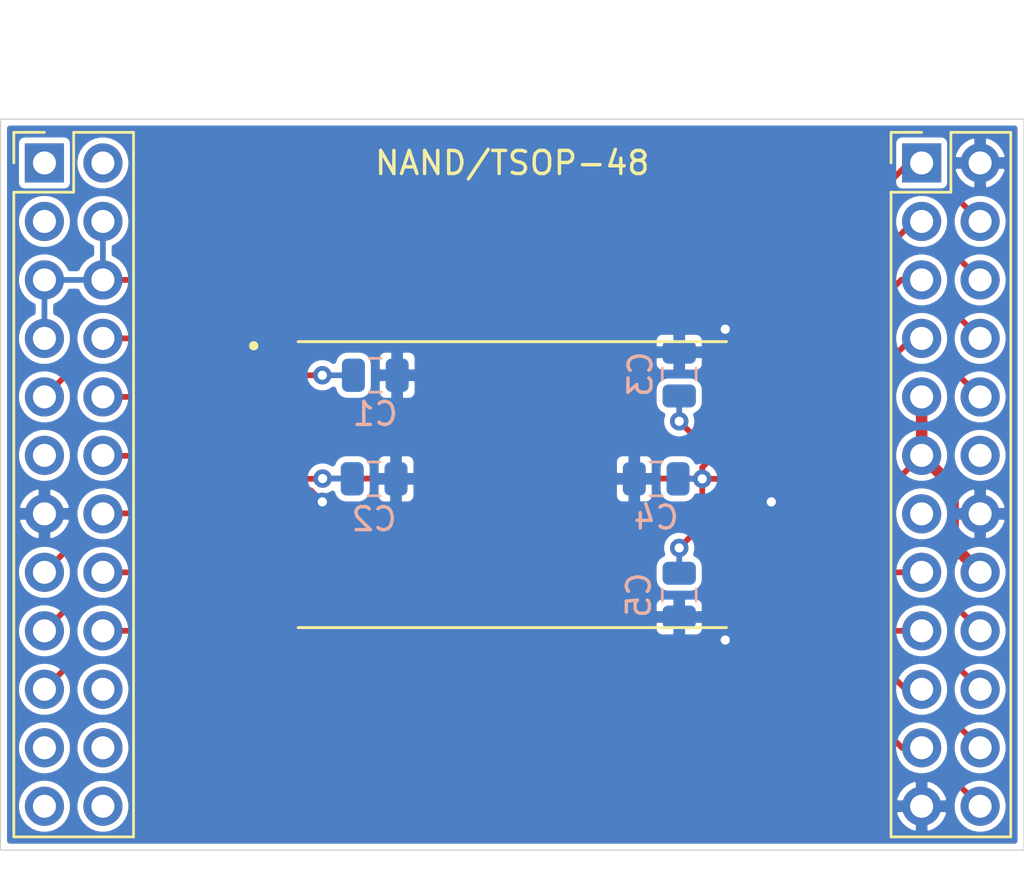
<source format=kicad_pcb>
(kicad_pcb (version 20171130) (host pcbnew "(5.1.8)-1")

  (general
    (thickness 1.6)
    (drawings 6)
    (tracks 160)
    (zones 0)
    (modules 8)
    (nets 30)
  )

  (page A4)
  (layers
    (0 F.Cu signal)
    (31 B.Cu signal)
    (32 B.Adhes user)
    (33 F.Adhes user)
    (34 B.Paste user)
    (35 F.Paste user)
    (36 B.SilkS user)
    (37 F.SilkS user)
    (38 B.Mask user)
    (39 F.Mask user)
    (40 Dwgs.User user)
    (41 Cmts.User user)
    (42 Eco1.User user)
    (43 Eco2.User user)
    (44 Edge.Cuts user)
    (45 Margin user)
    (46 B.CrtYd user)
    (47 F.CrtYd user)
    (48 B.Fab user)
    (49 F.Fab user)
  )

  (setup
    (last_trace_width 0.25)
    (trace_clearance 0.2)
    (zone_clearance 0.254)
    (zone_45_only no)
    (trace_min 0.2)
    (via_size 0.8)
    (via_drill 0.4)
    (via_min_size 0.4)
    (via_min_drill 0.3)
    (uvia_size 0.3)
    (uvia_drill 0.1)
    (uvias_allowed no)
    (uvia_min_size 0.2)
    (uvia_min_drill 0.1)
    (edge_width 0.05)
    (segment_width 0.2)
    (pcb_text_width 0.3)
    (pcb_text_size 1.5 1.5)
    (mod_edge_width 0.12)
    (mod_text_size 1 1)
    (mod_text_width 0.15)
    (pad_size 1.524 1.524)
    (pad_drill 0.762)
    (pad_to_mask_clearance 0)
    (aux_axis_origin 0 0)
    (grid_origin 121.92 64.77)
    (visible_elements 7FFFFFFF)
    (pcbplotparams
      (layerselection 0x010fc_ffffffff)
      (usegerberextensions false)
      (usegerberattributes true)
      (usegerberadvancedattributes true)
      (creategerberjobfile true)
      (excludeedgelayer true)
      (linewidth 0.100000)
      (plotframeref false)
      (viasonmask false)
      (mode 1)
      (useauxorigin false)
      (hpglpennumber 1)
      (hpglpenspeed 20)
      (hpglpendiameter 15.000000)
      (psnegative false)
      (psa4output false)
      (plotreference true)
      (plotvalue true)
      (plotinvisibletext false)
      (padsonsilk false)
      (subtractmaskfromsilk false)
      (outputformat 1)
      (mirror false)
      (drillshape 0)
      (scaleselection 1)
      (outputdirectory "Gerbers"))
  )

  (net 0 "")
  (net 1 GND)
  (net 2 +3V3)
  (net 3 ~WP)
  (net 4 ~WE)
  (net 5 ALE)
  (net 6 CLE)
  (net 7 ~CE3)
  (net 8 ~CE2)
  (net 9 ~CE1)
  (net 10 ~CE0)
  (net 11 ~RE)
  (net 12 R~B)
  (net 13 IO8)
  (net 14 IO10)
  (net 15 IO9)
  (net 16 IO1)
  (net 17 IO0)
  (net 18 IO3)
  (net 19 IO2)
  (net 20 IO11)
  (net 21 IO12)
  (net 22 IO5)
  (net 23 IO4)
  (net 24 IO7)
  (net 25 IO6)
  (net 26 IO14)
  (net 27 IO13)
  (net 28 IO15)
  (net 29 "Net-(C1-Pad1)")

  (net_class Default "This is the default net class."
    (clearance 0.2)
    (trace_width 0.25)
    (via_dia 0.8)
    (via_drill 0.4)
    (uvia_dia 0.3)
    (uvia_drill 0.1)
    (add_net +3V3)
    (add_net ALE)
    (add_net CLE)
    (add_net GND)
    (add_net IO0)
    (add_net IO1)
    (add_net IO10)
    (add_net IO11)
    (add_net IO12)
    (add_net IO13)
    (add_net IO14)
    (add_net IO15)
    (add_net IO2)
    (add_net IO3)
    (add_net IO4)
    (add_net IO5)
    (add_net IO6)
    (add_net IO7)
    (add_net IO8)
    (add_net IO9)
    (add_net "Net-(C1-Pad1)")
    (add_net R~B)
    (add_net ~CE0)
    (add_net ~CE1)
    (add_net ~CE2)
    (add_net ~CE3)
    (add_net ~RE)
    (add_net ~WE)
    (add_net ~WP)
  )

  (module Memory:SOP50P2000X120-48N (layer F.Cu) (tedit 6027CF97) (tstamp 602EC2BC)
    (at 121.92 64.77)
    (path /602ECAB8)
    (fp_text reference U1 (at -7.665 -7.022) (layer F.SilkS) hide
      (effects (font (size 1 1) (thickness 0.15)))
    )
    (fp_text value Generic_ONFI_NAND_TSOP48 (at 0 7.5) (layer F.Fab)
      (effects (font (size 1 1) (thickness 0.15)))
    )
    (fp_line (start 10.71 -6.35) (end 10.71 6.35) (layer F.CrtYd) (width 0.05))
    (fp_line (start -10.71 -6.35) (end -10.71 6.35) (layer F.CrtYd) (width 0.05))
    (fp_line (start -10.71 6.35) (end 10.71 6.35) (layer F.CrtYd) (width 0.05))
    (fp_line (start -10.71 -6.35) (end 10.71 -6.35) (layer F.CrtYd) (width 0.05))
    (fp_line (start 9.3 -6.1) (end 9.3 6.1) (layer F.Fab) (width 0.127))
    (fp_line (start -9.3 -6.1) (end -9.3 6.1) (layer F.Fab) (width 0.127))
    (fp_line (start -9.3 6.21) (end 9.3 6.21) (layer F.SilkS) (width 0.127))
    (fp_line (start -9.3 -6.21) (end 9.3 -6.21) (layer F.SilkS) (width 0.127))
    (fp_line (start -9.3 6.1) (end 9.3 6.1) (layer F.Fab) (width 0.127))
    (fp_line (start -9.3 -6.1) (end 9.3 -6.1) (layer F.Fab) (width 0.127))
    (fp_circle (center -11.23 -6.03) (end -11.13 -6.03) (layer F.Fab) (width 0.2))
    (fp_circle (center -11.23 -6.03) (end -11.13 -6.03) (layer F.SilkS) (width 0.2))
    (pad 48 smd rect (at 9.69 -5.75) (size 1.54 0.28) (layers F.Cu F.Paste F.Mask)
      (net 1 GND))
    (pad 47 smd rect (at 9.69 -5.25) (size 1.54 0.28) (layers F.Cu F.Paste F.Mask)
      (net 28 IO15))
    (pad 46 smd rect (at 9.69 -4.75) (size 1.54 0.28) (layers F.Cu F.Paste F.Mask)
      (net 26 IO14))
    (pad 45 smd rect (at 9.69 -4.25) (size 1.54 0.28) (layers F.Cu F.Paste F.Mask)
      (net 27 IO13))
    (pad 44 smd rect (at 9.69 -3.75) (size 1.54 0.28) (layers F.Cu F.Paste F.Mask)
      (net 24 IO7))
    (pad 43 smd rect (at 9.69 -3.25) (size 1.54 0.28) (layers F.Cu F.Paste F.Mask)
      (net 25 IO6))
    (pad 42 smd rect (at 9.69 -2.75) (size 1.54 0.28) (layers F.Cu F.Paste F.Mask)
      (net 22 IO5))
    (pad 41 smd rect (at 9.69 -2.25) (size 1.54 0.28) (layers F.Cu F.Paste F.Mask)
      (net 23 IO4))
    (pad 40 smd rect (at 9.69 -1.75) (size 1.54 0.28) (layers F.Cu F.Paste F.Mask)
      (net 21 IO12))
    (pad 39 smd rect (at 9.69 -1.25) (size 1.54 0.28) (layers F.Cu F.Paste F.Mask)
      (net 2 +3V3))
    (pad 38 smd rect (at 9.69 -0.75) (size 1.54 0.28) (layers F.Cu F.Paste F.Mask))
    (pad 37 smd rect (at 9.69 -0.25) (size 1.54 0.28) (layers F.Cu F.Paste F.Mask)
      (net 2 +3V3))
    (pad 36 smd rect (at 9.69 0.25) (size 1.54 0.28) (layers F.Cu F.Paste F.Mask)
      (net 1 GND))
    (pad 35 smd rect (at 9.69 0.75) (size 1.54 0.28) (layers F.Cu F.Paste F.Mask))
    (pad 34 smd rect (at 9.69 1.25) (size 1.54 0.28) (layers F.Cu F.Paste F.Mask)
      (net 2 +3V3))
    (pad 33 smd rect (at 9.69 1.75) (size 1.54 0.28) (layers F.Cu F.Paste F.Mask)
      (net 20 IO11))
    (pad 32 smd rect (at 9.69 2.25) (size 1.54 0.28) (layers F.Cu F.Paste F.Mask)
      (net 18 IO3))
    (pad 31 smd rect (at 9.69 2.75) (size 1.54 0.28) (layers F.Cu F.Paste F.Mask)
      (net 19 IO2))
    (pad 30 smd rect (at 9.69 3.25) (size 1.54 0.28) (layers F.Cu F.Paste F.Mask)
      (net 16 IO1))
    (pad 29 smd rect (at 9.69 3.75) (size 1.54 0.28) (layers F.Cu F.Paste F.Mask)
      (net 17 IO0))
    (pad 28 smd rect (at 9.69 4.25) (size 1.54 0.28) (layers F.Cu F.Paste F.Mask)
      (net 14 IO10))
    (pad 27 smd rect (at 9.69 4.75) (size 1.54 0.28) (layers F.Cu F.Paste F.Mask)
      (net 15 IO9))
    (pad 26 smd rect (at 9.69 5.25) (size 1.54 0.28) (layers F.Cu F.Paste F.Mask)
      (net 13 IO8))
    (pad 25 smd rect (at 9.69 5.75) (size 1.54 0.28) (layers F.Cu F.Paste F.Mask)
      (net 1 GND))
    (pad 24 smd rect (at -9.69 5.75) (size 1.54 0.28) (layers F.Cu F.Paste F.Mask))
    (pad 23 smd rect (at -9.69 5.25) (size 1.54 0.28) (layers F.Cu F.Paste F.Mask))
    (pad 22 smd rect (at -9.69 4.75) (size 1.54 0.28) (layers F.Cu F.Paste F.Mask))
    (pad 21 smd rect (at -9.69 4.25) (size 1.54 0.28) (layers F.Cu F.Paste F.Mask))
    (pad 20 smd rect (at -9.69 3.75) (size 1.54 0.28) (layers F.Cu F.Paste F.Mask))
    (pad 19 smd rect (at -9.69 3.25) (size 1.54 0.28) (layers F.Cu F.Paste F.Mask)
      (net 3 ~WP))
    (pad 18 smd rect (at -9.69 2.75) (size 1.54 0.28) (layers F.Cu F.Paste F.Mask)
      (net 4 ~WE))
    (pad 17 smd rect (at -9.69 2.25) (size 1.54 0.28) (layers F.Cu F.Paste F.Mask)
      (net 5 ALE))
    (pad 16 smd rect (at -9.69 1.75) (size 1.54 0.28) (layers F.Cu F.Paste F.Mask)
      (net 6 CLE))
    (pad 15 smd rect (at -9.69 1.25) (size 1.54 0.28) (layers F.Cu F.Paste F.Mask)
      (net 7 ~CE3))
    (pad 14 smd rect (at -9.69 0.75) (size 1.54 0.28) (layers F.Cu F.Paste F.Mask)
      (net 8 ~CE2))
    (pad 13 smd rect (at -9.69 0.25) (size 1.54 0.28) (layers F.Cu F.Paste F.Mask)
      (net 1 GND))
    (pad 12 smd rect (at -9.69 -0.25) (size 1.54 0.28) (layers F.Cu F.Paste F.Mask)
      (net 2 +3V3))
    (pad 11 smd rect (at -9.69 -0.75) (size 1.54 0.28) (layers F.Cu F.Paste F.Mask))
    (pad 10 smd rect (at -9.69 -1.25) (size 1.54 0.28) (layers F.Cu F.Paste F.Mask)
      (net 9 ~CE1))
    (pad 9 smd rect (at -9.69 -1.75) (size 1.54 0.28) (layers F.Cu F.Paste F.Mask)
      (net 10 ~CE0))
    (pad 8 smd rect (at -9.69 -2.25) (size 1.54 0.28) (layers F.Cu F.Paste F.Mask)
      (net 11 ~RE))
    (pad 7 smd rect (at -9.69 -2.75) (size 1.54 0.28) (layers F.Cu F.Paste F.Mask)
      (net 12 R~B))
    (pad 6 smd rect (at -9.69 -3.25) (size 1.54 0.28) (layers F.Cu F.Paste F.Mask)
      (net 12 R~B))
    (pad 5 smd rect (at -9.69 -3.75) (size 1.54 0.28) (layers F.Cu F.Paste F.Mask)
      (net 12 R~B))
    (pad 4 smd rect (at -9.69 -4.25) (size 1.54 0.28) (layers F.Cu F.Paste F.Mask)
      (net 12 R~B))
    (pad 3 smd rect (at -9.69 -4.75) (size 1.54 0.28) (layers F.Cu F.Paste F.Mask)
      (net 29 "Net-(C1-Pad1)"))
    (pad 2 smd rect (at -9.69 -5.25) (size 1.54 0.28) (layers F.Cu F.Paste F.Mask))
    (pad 1 smd rect (at -9.69 -5.75) (size 1.54 0.28) (layers F.Cu F.Paste F.Mask))
  )

  (module Connector_PinHeader_2.54mm:PinHeader_2x12_P2.54mm_Vertical (layer F.Cu) (tedit 59FED5CC) (tstamp 602EC71D)
    (at 139.7 50.8)
    (descr "Through hole straight pin header, 2x12, 2.54mm pitch, double rows")
    (tags "Through hole pin header THT 2x12 2.54mm double row")
    (path /6032A927)
    (fp_text reference J2 (at 1.27 -2.33) (layer F.SilkS) hide
      (effects (font (size 1 1) (thickness 0.15)))
    )
    (fp_text value Right (at 1.27 30.27) (layer F.Fab)
      (effects (font (size 1 1) (thickness 0.15)))
    )
    (fp_line (start 0 -1.27) (end 3.81 -1.27) (layer F.Fab) (width 0.1))
    (fp_line (start 3.81 -1.27) (end 3.81 29.21) (layer F.Fab) (width 0.1))
    (fp_line (start 3.81 29.21) (end -1.27 29.21) (layer F.Fab) (width 0.1))
    (fp_line (start -1.27 29.21) (end -1.27 0) (layer F.Fab) (width 0.1))
    (fp_line (start -1.27 0) (end 0 -1.27) (layer F.Fab) (width 0.1))
    (fp_line (start -1.33 29.27) (end 3.87 29.27) (layer F.SilkS) (width 0.12))
    (fp_line (start -1.33 1.27) (end -1.33 29.27) (layer F.SilkS) (width 0.12))
    (fp_line (start 3.87 -1.33) (end 3.87 29.27) (layer F.SilkS) (width 0.12))
    (fp_line (start -1.33 1.27) (end 1.27 1.27) (layer F.SilkS) (width 0.12))
    (fp_line (start 1.27 1.27) (end 1.27 -1.33) (layer F.SilkS) (width 0.12))
    (fp_line (start 1.27 -1.33) (end 3.87 -1.33) (layer F.SilkS) (width 0.12))
    (fp_line (start -1.33 0) (end -1.33 -1.33) (layer F.SilkS) (width 0.12))
    (fp_line (start -1.33 -1.33) (end 0 -1.33) (layer F.SilkS) (width 0.12))
    (fp_line (start -1.8 -1.8) (end -1.8 29.75) (layer F.CrtYd) (width 0.05))
    (fp_line (start -1.8 29.75) (end 4.35 29.75) (layer F.CrtYd) (width 0.05))
    (fp_line (start 4.35 29.75) (end 4.35 -1.8) (layer F.CrtYd) (width 0.05))
    (fp_line (start 4.35 -1.8) (end -1.8 -1.8) (layer F.CrtYd) (width 0.05))
    (fp_text user %R (at 1.27 13.97 90) (layer F.Fab)
      (effects (font (size 1 1) (thickness 0.15)))
    )
    (pad 24 thru_hole oval (at 2.54 27.94) (size 1.7 1.7) (drill 1) (layers *.Cu *.Mask)
      (net 13 IO8))
    (pad 23 thru_hole oval (at 0 27.94) (size 1.7 1.7) (drill 1) (layers *.Cu *.Mask)
      (net 1 GND))
    (pad 22 thru_hole oval (at 2.54 25.4) (size 1.7 1.7) (drill 1) (layers *.Cu *.Mask)
      (net 14 IO10))
    (pad 21 thru_hole oval (at 0 25.4) (size 1.7 1.7) (drill 1) (layers *.Cu *.Mask)
      (net 15 IO9))
    (pad 20 thru_hole oval (at 2.54 22.86) (size 1.7 1.7) (drill 1) (layers *.Cu *.Mask)
      (net 16 IO1))
    (pad 19 thru_hole oval (at 0 22.86) (size 1.7 1.7) (drill 1) (layers *.Cu *.Mask)
      (net 17 IO0))
    (pad 18 thru_hole oval (at 2.54 20.32) (size 1.7 1.7) (drill 1) (layers *.Cu *.Mask)
      (net 18 IO3))
    (pad 17 thru_hole oval (at 0 20.32) (size 1.7 1.7) (drill 1) (layers *.Cu *.Mask)
      (net 19 IO2))
    (pad 16 thru_hole oval (at 2.54 17.78) (size 1.7 1.7) (drill 1) (layers *.Cu *.Mask)
      (net 2 +3V3))
    (pad 15 thru_hole oval (at 0 17.78) (size 1.7 1.7) (drill 1) (layers *.Cu *.Mask)
      (net 20 IO11))
    (pad 14 thru_hole oval (at 2.54 15.24) (size 1.7 1.7) (drill 1) (layers *.Cu *.Mask)
      (net 1 GND))
    (pad 13 thru_hole oval (at 0 15.24) (size 1.7 1.7) (drill 1) (layers *.Cu *.Mask))
    (pad 12 thru_hole oval (at 2.54 12.7) (size 1.7 1.7) (drill 1) (layers *.Cu *.Mask))
    (pad 11 thru_hole oval (at 0 12.7) (size 1.7 1.7) (drill 1) (layers *.Cu *.Mask)
      (net 2 +3V3))
    (pad 10 thru_hole oval (at 2.54 10.16) (size 1.7 1.7) (drill 1) (layers *.Cu *.Mask)
      (net 21 IO12))
    (pad 9 thru_hole oval (at 0 10.16) (size 1.7 1.7) (drill 1) (layers *.Cu *.Mask)
      (net 2 +3V3))
    (pad 8 thru_hole oval (at 2.54 7.62) (size 1.7 1.7) (drill 1) (layers *.Cu *.Mask)
      (net 22 IO5))
    (pad 7 thru_hole oval (at 0 7.62) (size 1.7 1.7) (drill 1) (layers *.Cu *.Mask)
      (net 23 IO4))
    (pad 6 thru_hole oval (at 2.54 5.08) (size 1.7 1.7) (drill 1) (layers *.Cu *.Mask)
      (net 24 IO7))
    (pad 5 thru_hole oval (at 0 5.08) (size 1.7 1.7) (drill 1) (layers *.Cu *.Mask)
      (net 25 IO6))
    (pad 4 thru_hole oval (at 2.54 2.54) (size 1.7 1.7) (drill 1) (layers *.Cu *.Mask)
      (net 26 IO14))
    (pad 3 thru_hole oval (at 0 2.54) (size 1.7 1.7) (drill 1) (layers *.Cu *.Mask)
      (net 27 IO13))
    (pad 2 thru_hole oval (at 2.54 0) (size 1.7 1.7) (drill 1) (layers *.Cu *.Mask)
      (net 1 GND))
    (pad 1 thru_hole rect (at 0 0) (size 1.7 1.7) (drill 1) (layers *.Cu *.Mask)
      (net 28 IO15))
    (model ${KISYS3DMOD}/Connector_PinHeader_2.54mm.3dshapes/PinHeader_2x12_P2.54mm_Vertical.wrl
      (at (xyz 0 0 0))
      (scale (xyz 1 1 1))
      (rotate (xyz 0 0 0))
    )
  )

  (module Connector_PinHeader_2.54mm:PinHeader_2x12_P2.54mm_Vertical (layer F.Cu) (tedit 59FED5CC) (tstamp 602EC24E)
    (at 101.6 50.8)
    (descr "Through hole straight pin header, 2x12, 2.54mm pitch, double rows")
    (tags "Through hole pin header THT 2x12 2.54mm double row")
    (path /60329BE1)
    (fp_text reference J1 (at 1.27 -2.33) (layer F.SilkS) hide
      (effects (font (size 1 1) (thickness 0.15)))
    )
    (fp_text value Left (at 1.27 30.27) (layer F.Fab)
      (effects (font (size 1 1) (thickness 0.15)))
    )
    (fp_line (start 0 -1.27) (end 3.81 -1.27) (layer F.Fab) (width 0.1))
    (fp_line (start 3.81 -1.27) (end 3.81 29.21) (layer F.Fab) (width 0.1))
    (fp_line (start 3.81 29.21) (end -1.27 29.21) (layer F.Fab) (width 0.1))
    (fp_line (start -1.27 29.21) (end -1.27 0) (layer F.Fab) (width 0.1))
    (fp_line (start -1.27 0) (end 0 -1.27) (layer F.Fab) (width 0.1))
    (fp_line (start -1.33 29.27) (end 3.87 29.27) (layer F.SilkS) (width 0.12))
    (fp_line (start -1.33 1.27) (end -1.33 29.27) (layer F.SilkS) (width 0.12))
    (fp_line (start 3.87 -1.33) (end 3.87 29.27) (layer F.SilkS) (width 0.12))
    (fp_line (start -1.33 1.27) (end 1.27 1.27) (layer F.SilkS) (width 0.12))
    (fp_line (start 1.27 1.27) (end 1.27 -1.33) (layer F.SilkS) (width 0.12))
    (fp_line (start 1.27 -1.33) (end 3.87 -1.33) (layer F.SilkS) (width 0.12))
    (fp_line (start -1.33 0) (end -1.33 -1.33) (layer F.SilkS) (width 0.12))
    (fp_line (start -1.33 -1.33) (end 0 -1.33) (layer F.SilkS) (width 0.12))
    (fp_line (start -1.8 -1.8) (end -1.8 29.75) (layer F.CrtYd) (width 0.05))
    (fp_line (start -1.8 29.75) (end 4.35 29.75) (layer F.CrtYd) (width 0.05))
    (fp_line (start 4.35 29.75) (end 4.35 -1.8) (layer F.CrtYd) (width 0.05))
    (fp_line (start 4.35 -1.8) (end -1.8 -1.8) (layer F.CrtYd) (width 0.05))
    (fp_text user %R (at 1.27 13.97 90) (layer F.Fab)
      (effects (font (size 1 1) (thickness 0.15)))
    )
    (pad 24 thru_hole oval (at 2.54 27.94) (size 1.7 1.7) (drill 1) (layers *.Cu *.Mask))
    (pad 23 thru_hole oval (at 0 27.94) (size 1.7 1.7) (drill 1) (layers *.Cu *.Mask))
    (pad 22 thru_hole oval (at 2.54 25.4) (size 1.7 1.7) (drill 1) (layers *.Cu *.Mask))
    (pad 21 thru_hole oval (at 0 25.4) (size 1.7 1.7) (drill 1) (layers *.Cu *.Mask))
    (pad 20 thru_hole oval (at 2.54 22.86) (size 1.7 1.7) (drill 1) (layers *.Cu *.Mask))
    (pad 19 thru_hole oval (at 0 22.86) (size 1.7 1.7) (drill 1) (layers *.Cu *.Mask)
      (net 3 ~WP))
    (pad 18 thru_hole oval (at 2.54 20.32) (size 1.7 1.7) (drill 1) (layers *.Cu *.Mask)
      (net 4 ~WE))
    (pad 17 thru_hole oval (at 0 20.32) (size 1.7 1.7) (drill 1) (layers *.Cu *.Mask)
      (net 5 ALE))
    (pad 16 thru_hole oval (at 2.54 17.78) (size 1.7 1.7) (drill 1) (layers *.Cu *.Mask)
      (net 6 CLE))
    (pad 15 thru_hole oval (at 0 17.78) (size 1.7 1.7) (drill 1) (layers *.Cu *.Mask)
      (net 7 ~CE3))
    (pad 14 thru_hole oval (at 2.54 15.24) (size 1.7 1.7) (drill 1) (layers *.Cu *.Mask)
      (net 8 ~CE2))
    (pad 13 thru_hole oval (at 0 15.24) (size 1.7 1.7) (drill 1) (layers *.Cu *.Mask)
      (net 1 GND))
    (pad 12 thru_hole oval (at 2.54 12.7) (size 1.7 1.7) (drill 1) (layers *.Cu *.Mask)
      (net 2 +3V3))
    (pad 11 thru_hole oval (at 0 12.7) (size 1.7 1.7) (drill 1) (layers *.Cu *.Mask))
    (pad 10 thru_hole oval (at 2.54 10.16) (size 1.7 1.7) (drill 1) (layers *.Cu *.Mask)
      (net 9 ~CE1))
    (pad 9 thru_hole oval (at 0 10.16) (size 1.7 1.7) (drill 1) (layers *.Cu *.Mask)
      (net 10 ~CE0))
    (pad 8 thru_hole oval (at 2.54 7.62) (size 1.7 1.7) (drill 1) (layers *.Cu *.Mask)
      (net 11 ~RE))
    (pad 7 thru_hole oval (at 0 7.62) (size 1.7 1.7) (drill 1) (layers *.Cu *.Mask)
      (net 12 R~B))
    (pad 6 thru_hole oval (at 2.54 5.08) (size 1.7 1.7) (drill 1) (layers *.Cu *.Mask)
      (net 12 R~B))
    (pad 5 thru_hole oval (at 0 5.08) (size 1.7 1.7) (drill 1) (layers *.Cu *.Mask)
      (net 12 R~B))
    (pad 4 thru_hole oval (at 2.54 2.54) (size 1.7 1.7) (drill 1) (layers *.Cu *.Mask)
      (net 12 R~B))
    (pad 3 thru_hole oval (at 0 2.54) (size 1.7 1.7) (drill 1) (layers *.Cu *.Mask))
    (pad 2 thru_hole oval (at 2.54 0) (size 1.7 1.7) (drill 1) (layers *.Cu *.Mask))
    (pad 1 thru_hole rect (at 0 0) (size 1.7 1.7) (drill 1) (layers *.Cu *.Mask))
    (model ${KISYS3DMOD}/Connector_PinHeader_2.54mm.3dshapes/PinHeader_2x12_P2.54mm_Vertical.wrl
      (at (xyz 0 0 0))
      (scale (xyz 1 1 1))
      (rotate (xyz 0 0 0))
    )
  )

  (module Capacitor_SMD:C_0805_2012Metric (layer B.Cu) (tedit 5F68FEEE) (tstamp 602ED212)
    (at 129.17 69.57 90)
    (descr "Capacitor SMD 0805 (2012 Metric), square (rectangular) end terminal, IPC_7351 nominal, (Body size source: IPC-SM-782 page 76, https://www.pcb-3d.com/wordpress/wp-content/uploads/ipc-sm-782a_amendment_1_and_2.pdf, https://docs.google.com/spreadsheets/d/1BsfQQcO9C6DZCsRaXUlFlo91Tg2WpOkGARC1WS5S8t0/edit?usp=sharing), generated with kicad-footprint-generator")
    (tags capacitor)
    (path /602EFF9B)
    (attr smd)
    (fp_text reference C5 (at 0 -1.75 90) (layer B.SilkS)
      (effects (font (size 1 1) (thickness 0.15)) (justify mirror))
    )
    (fp_text value 100n (at 0 -1.68 90) (layer B.Fab)
      (effects (font (size 1 1) (thickness 0.15)) (justify mirror))
    )
    (fp_line (start -1 -0.625) (end -1 0.625) (layer B.Fab) (width 0.1))
    (fp_line (start -1 0.625) (end 1 0.625) (layer B.Fab) (width 0.1))
    (fp_line (start 1 0.625) (end 1 -0.625) (layer B.Fab) (width 0.1))
    (fp_line (start 1 -0.625) (end -1 -0.625) (layer B.Fab) (width 0.1))
    (fp_line (start -0.261252 0.735) (end 0.261252 0.735) (layer B.SilkS) (width 0.12))
    (fp_line (start -0.261252 -0.735) (end 0.261252 -0.735) (layer B.SilkS) (width 0.12))
    (fp_line (start -1.7 -0.98) (end -1.7 0.98) (layer B.CrtYd) (width 0.05))
    (fp_line (start -1.7 0.98) (end 1.7 0.98) (layer B.CrtYd) (width 0.05))
    (fp_line (start 1.7 0.98) (end 1.7 -0.98) (layer B.CrtYd) (width 0.05))
    (fp_line (start 1.7 -0.98) (end -1.7 -0.98) (layer B.CrtYd) (width 0.05))
    (fp_text user %R (at 0 0 90) (layer B.Fab)
      (effects (font (size 0.5 0.5) (thickness 0.08)) (justify mirror))
    )
    (pad 2 smd roundrect (at 0.95 0 90) (size 1 1.45) (layers B.Cu B.Paste B.Mask) (roundrect_rratio 0.25)
      (net 2 +3V3))
    (pad 1 smd roundrect (at -0.95 0 90) (size 1 1.45) (layers B.Cu B.Paste B.Mask) (roundrect_rratio 0.25)
      (net 1 GND))
    (model ${KISYS3DMOD}/Capacitor_SMD.3dshapes/C_0805_2012Metric.wrl
      (at (xyz 0 0 0))
      (scale (xyz 1 1 1))
      (rotate (xyz 0 0 0))
    )
  )

  (module Capacitor_SMD:C_0805_2012Metric (layer B.Cu) (tedit 5F68FEEE) (tstamp 602EC20F)
    (at 128.17 64.52)
    (descr "Capacitor SMD 0805 (2012 Metric), square (rectangular) end terminal, IPC_7351 nominal, (Body size source: IPC-SM-782 page 76, https://www.pcb-3d.com/wordpress/wp-content/uploads/ipc-sm-782a_amendment_1_and_2.pdf, https://docs.google.com/spreadsheets/d/1BsfQQcO9C6DZCsRaXUlFlo91Tg2WpOkGARC1WS5S8t0/edit?usp=sharing), generated with kicad-footprint-generator")
    (tags capacitor)
    (path /602EFBBE)
    (attr smd)
    (fp_text reference C4 (at 0 1.68 180) (layer B.SilkS)
      (effects (font (size 1 1) (thickness 0.15)) (justify mirror))
    )
    (fp_text value 100n (at 0 -1.68 180) (layer B.Fab)
      (effects (font (size 1 1) (thickness 0.15)) (justify mirror))
    )
    (fp_line (start -1 -0.625) (end -1 0.625) (layer B.Fab) (width 0.1))
    (fp_line (start -1 0.625) (end 1 0.625) (layer B.Fab) (width 0.1))
    (fp_line (start 1 0.625) (end 1 -0.625) (layer B.Fab) (width 0.1))
    (fp_line (start 1 -0.625) (end -1 -0.625) (layer B.Fab) (width 0.1))
    (fp_line (start -0.261252 0.735) (end 0.261252 0.735) (layer B.SilkS) (width 0.12))
    (fp_line (start -0.261252 -0.735) (end 0.261252 -0.735) (layer B.SilkS) (width 0.12))
    (fp_line (start -1.7 -0.98) (end -1.7 0.98) (layer B.CrtYd) (width 0.05))
    (fp_line (start -1.7 0.98) (end 1.7 0.98) (layer B.CrtYd) (width 0.05))
    (fp_line (start 1.7 0.98) (end 1.7 -0.98) (layer B.CrtYd) (width 0.05))
    (fp_line (start 1.7 -0.98) (end -1.7 -0.98) (layer B.CrtYd) (width 0.05))
    (fp_text user %R (at 0 0 180) (layer B.Fab)
      (effects (font (size 0.5 0.5) (thickness 0.08)) (justify mirror))
    )
    (pad 2 smd roundrect (at 0.95 0) (size 1 1.45) (layers B.Cu B.Paste B.Mask) (roundrect_rratio 0.25)
      (net 2 +3V3))
    (pad 1 smd roundrect (at -0.95 0) (size 1 1.45) (layers B.Cu B.Paste B.Mask) (roundrect_rratio 0.25)
      (net 1 GND))
    (model ${KISYS3DMOD}/Capacitor_SMD.3dshapes/C_0805_2012Metric.wrl
      (at (xyz 0 0 0))
      (scale (xyz 1 1 1))
      (rotate (xyz 0 0 0))
    )
  )

  (module Capacitor_SMD:C_0805_2012Metric (layer B.Cu) (tedit 5F68FEEE) (tstamp 602ED2F2)
    (at 129.17 59.97 270)
    (descr "Capacitor SMD 0805 (2012 Metric), square (rectangular) end terminal, IPC_7351 nominal, (Body size source: IPC-SM-782 page 76, https://www.pcb-3d.com/wordpress/wp-content/uploads/ipc-sm-782a_amendment_1_and_2.pdf, https://docs.google.com/spreadsheets/d/1BsfQQcO9C6DZCsRaXUlFlo91Tg2WpOkGARC1WS5S8t0/edit?usp=sharing), generated with kicad-footprint-generator")
    (tags capacitor)
    (path /6029192A)
    (attr smd)
    (fp_text reference C3 (at 0 1.68 90) (layer B.SilkS)
      (effects (font (size 1 1) (thickness 0.15)) (justify mirror))
    )
    (fp_text value 100n (at 0 -1.68 90) (layer B.Fab)
      (effects (font (size 1 1) (thickness 0.15)) (justify mirror))
    )
    (fp_line (start -1 -0.625) (end -1 0.625) (layer B.Fab) (width 0.1))
    (fp_line (start -1 0.625) (end 1 0.625) (layer B.Fab) (width 0.1))
    (fp_line (start 1 0.625) (end 1 -0.625) (layer B.Fab) (width 0.1))
    (fp_line (start 1 -0.625) (end -1 -0.625) (layer B.Fab) (width 0.1))
    (fp_line (start -0.261252 0.735) (end 0.261252 0.735) (layer B.SilkS) (width 0.12))
    (fp_line (start -0.261252 -0.735) (end 0.261252 -0.735) (layer B.SilkS) (width 0.12))
    (fp_line (start -1.7 -0.98) (end -1.7 0.98) (layer B.CrtYd) (width 0.05))
    (fp_line (start -1.7 0.98) (end 1.7 0.98) (layer B.CrtYd) (width 0.05))
    (fp_line (start 1.7 0.98) (end 1.7 -0.98) (layer B.CrtYd) (width 0.05))
    (fp_line (start 1.7 -0.98) (end -1.7 -0.98) (layer B.CrtYd) (width 0.05))
    (fp_text user %R (at 0 0 90) (layer B.Fab)
      (effects (font (size 0.5 0.5) (thickness 0.08)) (justify mirror))
    )
    (pad 2 smd roundrect (at 0.95 0 270) (size 1 1.45) (layers B.Cu B.Paste B.Mask) (roundrect_rratio 0.25)
      (net 2 +3V3))
    (pad 1 smd roundrect (at -0.95 0 270) (size 1 1.45) (layers B.Cu B.Paste B.Mask) (roundrect_rratio 0.25)
      (net 1 GND))
    (model ${KISYS3DMOD}/Capacitor_SMD.3dshapes/C_0805_2012Metric.wrl
      (at (xyz 0 0 0))
      (scale (xyz 1 1 1))
      (rotate (xyz 0 0 0))
    )
  )

  (module Capacitor_SMD:C_0805_2012Metric (layer B.Cu) (tedit 5F68FEEE) (tstamp 602ECE69)
    (at 115.92 64.52 180)
    (descr "Capacitor SMD 0805 (2012 Metric), square (rectangular) end terminal, IPC_7351 nominal, (Body size source: IPC-SM-782 page 76, https://www.pcb-3d.com/wordpress/wp-content/uploads/ipc-sm-782a_amendment_1_and_2.pdf, https://docs.google.com/spreadsheets/d/1BsfQQcO9C6DZCsRaXUlFlo91Tg2WpOkGARC1WS5S8t0/edit?usp=sharing), generated with kicad-footprint-generator")
    (tags capacitor)
    (path /602914E1)
    (attr smd)
    (fp_text reference C2 (at 0 -1.75) (layer B.SilkS)
      (effects (font (size 1 1) (thickness 0.15)) (justify mirror))
    )
    (fp_text value 100n (at 0 -1.68) (layer B.Fab)
      (effects (font (size 1 1) (thickness 0.15)) (justify mirror))
    )
    (fp_line (start -1 -0.625) (end -1 0.625) (layer B.Fab) (width 0.1))
    (fp_line (start -1 0.625) (end 1 0.625) (layer B.Fab) (width 0.1))
    (fp_line (start 1 0.625) (end 1 -0.625) (layer B.Fab) (width 0.1))
    (fp_line (start 1 -0.625) (end -1 -0.625) (layer B.Fab) (width 0.1))
    (fp_line (start -0.261252 0.735) (end 0.261252 0.735) (layer B.SilkS) (width 0.12))
    (fp_line (start -0.261252 -0.735) (end 0.261252 -0.735) (layer B.SilkS) (width 0.12))
    (fp_line (start -1.7 -0.98) (end -1.7 0.98) (layer B.CrtYd) (width 0.05))
    (fp_line (start -1.7 0.98) (end 1.7 0.98) (layer B.CrtYd) (width 0.05))
    (fp_line (start 1.7 0.98) (end 1.7 -0.98) (layer B.CrtYd) (width 0.05))
    (fp_line (start 1.7 -0.98) (end -1.7 -0.98) (layer B.CrtYd) (width 0.05))
    (fp_text user %R (at 0 0) (layer B.Fab)
      (effects (font (size 0.5 0.5) (thickness 0.08)) (justify mirror))
    )
    (pad 2 smd roundrect (at 0.95 0 180) (size 1 1.45) (layers B.Cu B.Paste B.Mask) (roundrect_rratio 0.25)
      (net 2 +3V3))
    (pad 1 smd roundrect (at -0.95 0 180) (size 1 1.45) (layers B.Cu B.Paste B.Mask) (roundrect_rratio 0.25)
      (net 1 GND))
    (model ${KISYS3DMOD}/Capacitor_SMD.3dshapes/C_0805_2012Metric.wrl
      (at (xyz 0 0 0))
      (scale (xyz 1 1 1))
      (rotate (xyz 0 0 0))
    )
  )

  (module Capacitor_SMD:C_0805_2012Metric (layer B.Cu) (tedit 5F68FEEE) (tstamp 602EC1DC)
    (at 115.97 60.02)
    (descr "Capacitor SMD 0805 (2012 Metric), square (rectangular) end terminal, IPC_7351 nominal, (Body size source: IPC-SM-782 page 76, https://www.pcb-3d.com/wordpress/wp-content/uploads/ipc-sm-782a_amendment_1_and_2.pdf, https://docs.google.com/spreadsheets/d/1BsfQQcO9C6DZCsRaXUlFlo91Tg2WpOkGARC1WS5S8t0/edit?usp=sharing), generated with kicad-footprint-generator")
    (tags capacitor)
    (path /602F0D49)
    (attr smd)
    (fp_text reference C1 (at 0 1.68) (layer B.SilkS)
      (effects (font (size 1 1) (thickness 0.15)) (justify mirror))
    )
    (fp_text value 100n (at 0 -1.68) (layer B.Fab)
      (effects (font (size 1 1) (thickness 0.15)) (justify mirror))
    )
    (fp_line (start -1 -0.625) (end -1 0.625) (layer B.Fab) (width 0.1))
    (fp_line (start -1 0.625) (end 1 0.625) (layer B.Fab) (width 0.1))
    (fp_line (start 1 0.625) (end 1 -0.625) (layer B.Fab) (width 0.1))
    (fp_line (start 1 -0.625) (end -1 -0.625) (layer B.Fab) (width 0.1))
    (fp_line (start -0.261252 0.735) (end 0.261252 0.735) (layer B.SilkS) (width 0.12))
    (fp_line (start -0.261252 -0.735) (end 0.261252 -0.735) (layer B.SilkS) (width 0.12))
    (fp_line (start -1.7 -0.98) (end -1.7 0.98) (layer B.CrtYd) (width 0.05))
    (fp_line (start -1.7 0.98) (end 1.7 0.98) (layer B.CrtYd) (width 0.05))
    (fp_line (start 1.7 0.98) (end 1.7 -0.98) (layer B.CrtYd) (width 0.05))
    (fp_line (start 1.7 -0.98) (end -1.7 -0.98) (layer B.CrtYd) (width 0.05))
    (fp_text user %R (at 0 0) (layer B.Fab)
      (effects (font (size 0.5 0.5) (thickness 0.08)) (justify mirror))
    )
    (pad 2 smd roundrect (at 0.95 0) (size 1 1.45) (layers B.Cu B.Paste B.Mask) (roundrect_rratio 0.25)
      (net 1 GND))
    (pad 1 smd roundrect (at -0.95 0) (size 1 1.45) (layers B.Cu B.Paste B.Mask) (roundrect_rratio 0.25)
      (net 29 "Net-(C1-Pad1)"))
    (model ${KISYS3DMOD}/Capacitor_SMD.3dshapes/C_0805_2012Metric.wrl
      (at (xyz 0 0 0))
      (scale (xyz 1 1 1))
      (rotate (xyz 0 0 0))
    )
  )

  (dimension 40.64 (width 0.15) (layer Dwgs.User)
    (gr_text "1.6000 in" (at 121.92 44.42) (layer Dwgs.User)
      (effects (font (size 1 1) (thickness 0.15)))
    )
    (feature1 (pts (xy 142.24 50.8) (xy 142.24 45.133579)))
    (feature2 (pts (xy 101.6 50.8) (xy 101.6 45.133579)))
    (crossbar (pts (xy 101.6 45.72) (xy 142.24 45.72)))
    (arrow1a (pts (xy 142.24 45.72) (xy 141.113496 46.306421)))
    (arrow1b (pts (xy 142.24 45.72) (xy 141.113496 45.133579)))
    (arrow2a (pts (xy 101.6 45.72) (xy 102.726504 46.306421)))
    (arrow2b (pts (xy 101.6 45.72) (xy 102.726504 45.133579)))
  )
  (gr_text NAND/TSOP-48 (at 121.92 50.8) (layer F.SilkS)
    (effects (font (size 1 1) (thickness 0.15)))
  )
  (gr_line (start 144.145 48.895) (end 99.695 48.895) (layer Edge.Cuts) (width 0.05) (tstamp 602ED4C0))
  (gr_line (start 144.145 80.645) (end 144.145 48.895) (layer Edge.Cuts) (width 0.05))
  (gr_line (start 99.695 80.645) (end 144.145 80.645) (layer Edge.Cuts) (width 0.05))
  (gr_line (start 99.695 48.895) (end 99.695 80.645) (layer Edge.Cuts) (width 0.05))

  (via (at 113.67 65.52) (size 0.8) (drill 0.4) (layers F.Cu B.Cu) (net 1))
  (segment (start 113.17 65.02) (end 113.67 65.52) (width 0.25) (layer F.Cu) (net 1))
  (segment (start 112.23 65.02) (end 113.17 65.02) (width 0.25) (layer F.Cu) (net 1) (status 10))
  (via (at 131.17 71.52) (size 0.8) (drill 0.4) (layers F.Cu B.Cu) (net 1))
  (segment (start 131.61 71.08) (end 131.17 71.52) (width 0.25) (layer F.Cu) (net 1))
  (segment (start 131.61 70.52) (end 131.61 71.08) (width 0.25) (layer F.Cu) (net 1) (status 10))
  (via (at 131.17 58.02) (size 0.8) (drill 0.4) (layers F.Cu B.Cu) (net 1))
  (segment (start 131.61 58.46) (end 131.17 58.02) (width 0.25) (layer F.Cu) (net 1))
  (segment (start 131.61 59.02) (end 131.61 58.46) (width 0.25) (layer F.Cu) (net 1) (status 10))
  (via (at 133.17 65.52) (size 0.8) (drill 0.4) (layers F.Cu B.Cu) (net 1))
  (segment (start 131.61 65.02) (end 132.67 65.02) (width 0.25) (layer F.Cu) (net 1) (status 10))
  (segment (start 132.67 65.02) (end 133.17 65.52) (width 0.25) (layer F.Cu) (net 1))
  (segment (start 106.92 63.52) (end 104.16 63.52) (width 0.25) (layer F.Cu) (net 2) (status 20))
  (segment (start 107.92 64.52) (end 106.92 63.52) (width 0.25) (layer F.Cu) (net 2))
  (segment (start 104.16 63.52) (end 104.14 63.5) (width 0.25) (layer F.Cu) (net 2) (status 30))
  (segment (start 112.23 64.52) (end 107.92 64.52) (width 0.25) (layer F.Cu) (net 2) (status 10))
  (via (at 113.682653 64.507347) (size 0.8) (drill 0.4) (layers F.Cu B.Cu) (net 2))
  (segment (start 113.67 64.52) (end 113.682653 64.507347) (width 0.25) (layer F.Cu) (net 2))
  (segment (start 112.23 64.52) (end 113.67 64.52) (width 0.25) (layer F.Cu) (net 2) (status 10))
  (segment (start 114.957347 64.507347) (end 114.97 64.52) (width 0.25) (layer B.Cu) (net 2) (status 30))
  (segment (start 113.682653 64.507347) (end 114.957347 64.507347) (width 0.25) (layer B.Cu) (net 2) (status 20))
  (via (at 129.17 62.02) (size 0.8) (drill 0.4) (layers F.Cu B.Cu) (net 2))
  (segment (start 130.67 63.52) (end 129.17 62.02) (width 0.25) (layer F.Cu) (net 2))
  (segment (start 131.61 63.52) (end 130.67 63.52) (width 0.25) (layer F.Cu) (net 2) (status 10))
  (segment (start 129.17 62.02) (end 129.17 60.92) (width 0.25) (layer B.Cu) (net 2) (status 20))
  (via (at 130.17 64.52) (size 0.8) (drill 0.4) (layers F.Cu B.Cu) (net 2))
  (segment (start 129.12 64.52) (end 130.17 64.52) (width 0.25) (layer B.Cu) (net 2) (status 10))
  (segment (start 130.17 64.52) (end 131.61 64.52) (width 0.25) (layer F.Cu) (net 2) (status 20))
  (via (at 129.17 67.52) (size 0.8) (drill 0.4) (layers F.Cu B.Cu) (net 2))
  (segment (start 130.67 66.02) (end 129.17 67.52) (width 0.25) (layer F.Cu) (net 2))
  (segment (start 131.61 66.02) (end 130.67 66.02) (width 0.25) (layer F.Cu) (net 2) (status 10))
  (segment (start 129.17 67.52) (end 129.17 68.62) (width 0.25) (layer B.Cu) (net 2) (status 20))
  (segment (start 139.7 60.96) (end 139.7 63.5) (width 0.5) (layer F.Cu) (net 2) (status 30))
  (segment (start 141.064999 64.864999) (end 139.7 63.5) (width 0.5) (layer F.Cu) (net 2) (status 20))
  (segment (start 142.24 68.58) (end 141.064999 67.404999) (width 0.5) (layer F.Cu) (net 2) (status 10))
  (segment (start 141.064999 67.404999) (end 141.064999 64.864999) (width 0.5) (layer F.Cu) (net 2))
  (segment (start 130.157347 64.507347) (end 130.17 64.52) (width 0.25) (layer F.Cu) (net 2))
  (segment (start 113.682653 64.507347) (end 130.157347 64.507347) (width 0.25) (layer F.Cu) (net 2))
  (segment (start 138.68 64.52) (end 139.7 63.5) (width 0.25) (layer F.Cu) (net 2) (status 20))
  (segment (start 131.61 64.52) (end 138.68 64.52) (width 0.25) (layer F.Cu) (net 2) (status 10))
  (segment (start 130.17 64.02) (end 130.17 64.52) (width 0.25) (layer F.Cu) (net 2))
  (segment (start 130.67 63.52) (end 130.17 64.02) (width 0.25) (layer F.Cu) (net 2))
  (segment (start 130.17 65.52) (end 130.17 64.52) (width 0.25) (layer F.Cu) (net 2))
  (segment (start 130.67 66.02) (end 130.17 65.52) (width 0.25) (layer F.Cu) (net 2))
  (segment (start 106.05 72.39) (end 102.87 72.39) (width 0.25) (layer F.Cu) (net 3))
  (segment (start 110.42 68.02) (end 106.05 72.39) (width 0.25) (layer F.Cu) (net 3))
  (segment (start 102.87 72.39) (end 101.6 73.66) (width 0.25) (layer F.Cu) (net 3) (status 20))
  (segment (start 112.23 68.02) (end 110.42 68.02) (width 0.25) (layer F.Cu) (net 3) (status 10))
  (segment (start 106.32 71.12) (end 104.14 71.12) (width 0.25) (layer F.Cu) (net 4) (status 20))
  (segment (start 109.92 67.52) (end 106.32 71.12) (width 0.25) (layer F.Cu) (net 4))
  (segment (start 112.23 67.52) (end 109.92 67.52) (width 0.25) (layer F.Cu) (net 4) (status 10))
  (segment (start 102.87 69.85) (end 101.6 71.12) (width 0.25) (layer F.Cu) (net 5) (status 20))
  (segment (start 106.59 69.85) (end 102.87 69.85) (width 0.25) (layer F.Cu) (net 5))
  (segment (start 109.42 67.02) (end 106.59 69.85) (width 0.25) (layer F.Cu) (net 5))
  (segment (start 112.23 67.02) (end 109.42 67.02) (width 0.25) (layer F.Cu) (net 5) (status 10))
  (segment (start 106.86 68.58) (end 104.14 68.58) (width 0.25) (layer F.Cu) (net 6) (status 20))
  (segment (start 108.92 66.52) (end 106.86 68.58) (width 0.25) (layer F.Cu) (net 6))
  (segment (start 112.23 66.52) (end 108.92 66.52) (width 0.25) (layer F.Cu) (net 6) (status 10))
  (segment (start 102.87 67.31) (end 101.6 68.58) (width 0.25) (layer F.Cu) (net 7) (status 20))
  (segment (start 107.13 67.31) (end 102.87 67.31) (width 0.25) (layer F.Cu) (net 7))
  (segment (start 108.42 66.02) (end 107.13 67.31) (width 0.25) (layer F.Cu) (net 7))
  (segment (start 112.23 66.02) (end 108.42 66.02) (width 0.25) (layer F.Cu) (net 7) (status 10))
  (segment (start 107.92 65.52) (end 107.42 66.02) (width 0.25) (layer F.Cu) (net 8))
  (segment (start 112.23 65.52) (end 107.92 65.52) (width 0.25) (layer F.Cu) (net 8) (status 10))
  (segment (start 104.16 66.02) (end 104.14 66.04) (width 0.25) (layer F.Cu) (net 8) (status 30))
  (segment (start 107.42 66.02) (end 104.16 66.02) (width 0.25) (layer F.Cu) (net 8) (status 20))
  (segment (start 105.86 60.96) (end 104.14 60.96) (width 0.25) (layer F.Cu) (net 9) (status 20))
  (segment (start 108.42 63.52) (end 105.86 60.96) (width 0.25) (layer F.Cu) (net 9))
  (segment (start 112.23 63.52) (end 108.42 63.52) (width 0.25) (layer F.Cu) (net 9) (status 10))
  (segment (start 102.87 59.69) (end 101.6 60.96) (width 0.25) (layer F.Cu) (net 10) (status 20))
  (segment (start 106.09 59.69) (end 102.87 59.69) (width 0.25) (layer F.Cu) (net 10))
  (segment (start 109.42 63.02) (end 106.09 59.69) (width 0.25) (layer F.Cu) (net 10))
  (segment (start 112.23 63.02) (end 109.42 63.02) (width 0.25) (layer F.Cu) (net 10) (status 10))
  (segment (start 106.32 58.42) (end 104.14 58.42) (width 0.25) (layer F.Cu) (net 11) (status 20))
  (segment (start 110.42 62.52) (end 106.32 58.42) (width 0.25) (layer F.Cu) (net 11))
  (segment (start 112.23 62.52) (end 110.42 62.52) (width 0.25) (layer F.Cu) (net 11) (status 10))
  (segment (start 101.6 58.42) (end 101.6 55.88) (width 0.25) (layer B.Cu) (net 12) (status 30))
  (segment (start 101.6 55.88) (end 104.14 55.88) (width 0.25) (layer B.Cu) (net 12) (status 30))
  (segment (start 104.14 55.88) (end 104.14 53.34) (width 0.25) (layer B.Cu) (net 12) (status 30))
  (segment (start 105.78 55.88) (end 104.14 55.88) (width 0.25) (layer F.Cu) (net 12) (status 20))
  (segment (start 110.42 60.52) (end 105.78 55.88) (width 0.25) (layer F.Cu) (net 12))
  (segment (start 112.23 60.52) (end 110.42 60.52) (width 0.25) (layer F.Cu) (net 12) (status 10))
  (segment (start 112.23 62.02) (end 112.23 60.52) (width 0.25) (layer F.Cu) (net 12) (status 30))
  (segment (start 140.97 77.47) (end 142.24 78.74) (width 0.25) (layer F.Cu) (net 13) (status 20))
  (segment (start 138.87 77.47) (end 140.97 77.47) (width 0.25) (layer F.Cu) (net 13))
  (segment (start 132.92 70.29) (end 132.92 71.52) (width 0.25) (layer F.Cu) (net 13))
  (segment (start 132.92 71.52) (end 138.87 77.47) (width 0.25) (layer F.Cu) (net 13))
  (segment (start 132.65 70.02) (end 132.92 70.29) (width 0.25) (layer F.Cu) (net 13))
  (segment (start 131.61 70.02) (end 132.65 70.02) (width 0.25) (layer F.Cu) (net 13) (status 10))
  (segment (start 140.97 74.93) (end 142.24 76.2) (width 0.25) (layer F.Cu) (net 14) (status 20))
  (segment (start 138.83 74.93) (end 140.97 74.93) (width 0.25) (layer F.Cu) (net 14))
  (segment (start 134.42 70.52) (end 138.83 74.93) (width 0.25) (layer F.Cu) (net 14))
  (segment (start 134.42 70.069501) (end 134.42 70.52) (width 0.25) (layer F.Cu) (net 14))
  (segment (start 133.370499 69.02) (end 134.42 70.069501) (width 0.25) (layer F.Cu) (net 14))
  (segment (start 131.61 69.02) (end 133.370499 69.02) (width 0.25) (layer F.Cu) (net 14) (status 10))
  (segment (start 133.67 71.02) (end 138.85 76.2) (width 0.25) (layer F.Cu) (net 15) (status 20))
  (segment (start 138.85 76.2) (end 139.7 76.2) (width 0.25) (layer F.Cu) (net 15) (status 30))
  (segment (start 133.67 70.27) (end 133.67 71.02) (width 0.25) (layer F.Cu) (net 15))
  (segment (start 132.92 69.52) (end 133.67 70.27) (width 0.25) (layer F.Cu) (net 15))
  (segment (start 131.61 69.52) (end 132.92 69.52) (width 0.25) (layer F.Cu) (net 15) (status 10))
  (segment (start 140.97 72.39) (end 142.24 73.66) (width 0.25) (layer F.Cu) (net 16) (status 20))
  (segment (start 138.760499 72.39) (end 140.97 72.39) (width 0.25) (layer F.Cu) (net 16))
  (segment (start 134.390499 68.02) (end 138.760499 72.39) (width 0.25) (layer F.Cu) (net 16))
  (segment (start 131.61 68.02) (end 134.390499 68.02) (width 0.25) (layer F.Cu) (net 16) (status 10))
  (segment (start 139.005 73.66) (end 139.7 73.66) (width 0.25) (layer F.Cu) (net 17) (status 30))
  (segment (start 133.865 68.52) (end 139.005 73.66) (width 0.25) (layer F.Cu) (net 17) (status 20))
  (segment (start 131.61 68.52) (end 133.865 68.52) (width 0.25) (layer F.Cu) (net 17) (status 10))
  (segment (start 140.97 69.85) (end 142.24 71.12) (width 0.25) (layer F.Cu) (net 18) (status 20))
  (segment (start 138.25 69.85) (end 140.97 69.85) (width 0.25) (layer F.Cu) (net 18))
  (segment (start 135.42 67.02) (end 138.25 69.85) (width 0.25) (layer F.Cu) (net 18))
  (segment (start 131.61 67.02) (end 135.42 67.02) (width 0.25) (layer F.Cu) (net 18) (status 10))
  (segment (start 138.52 71.12) (end 139.7 71.12) (width 0.25) (layer F.Cu) (net 19) (status 20))
  (segment (start 134.92 67.52) (end 138.52 71.12) (width 0.25) (layer F.Cu) (net 19))
  (segment (start 131.61 67.52) (end 134.92 67.52) (width 0.25) (layer F.Cu) (net 19) (status 10))
  (segment (start 137.98 68.58) (end 139.7 68.58) (width 0.25) (layer F.Cu) (net 20) (status 20))
  (segment (start 135.92 66.52) (end 137.98 68.58) (width 0.25) (layer F.Cu) (net 20))
  (segment (start 131.61 66.52) (end 135.92 66.52) (width 0.25) (layer F.Cu) (net 20) (status 10))
  (segment (start 140.97 59.69) (end 142.24 60.96) (width 0.25) (layer F.Cu) (net 21) (status 20))
  (segment (start 139 59.69) (end 140.97 59.69) (width 0.25) (layer F.Cu) (net 21))
  (segment (start 135.67 63.02) (end 139 59.69) (width 0.25) (layer F.Cu) (net 21))
  (segment (start 131.61 63.02) (end 135.67 63.02) (width 0.25) (layer F.Cu) (net 21) (status 10))
  (segment (start 140.97 57.15) (end 142.24 58.42) (width 0.25) (layer F.Cu) (net 22) (status 20))
  (segment (start 138.79 57.15) (end 140.97 57.15) (width 0.25) (layer F.Cu) (net 22))
  (segment (start 137.92 58.02) (end 138.79 57.15) (width 0.25) (layer F.Cu) (net 22))
  (segment (start 137.92 58.77) (end 137.92 58.02) (width 0.25) (layer F.Cu) (net 22))
  (segment (start 134.67 62.02) (end 137.92 58.77) (width 0.25) (layer F.Cu) (net 22))
  (segment (start 131.61 62.02) (end 134.67 62.02) (width 0.25) (layer F.Cu) (net 22) (status 10))
  (segment (start 139.27 58.42) (end 139.7 58.42) (width 0.25) (layer F.Cu) (net 23) (status 30))
  (segment (start 135.17 62.52) (end 139.27 58.42) (width 0.25) (layer F.Cu) (net 23) (status 20))
  (segment (start 131.61 62.52) (end 135.17 62.52) (width 0.25) (layer F.Cu) (net 23) (status 10))
  (segment (start 139.08 54.61) (end 140.97 54.61) (width 0.25) (layer F.Cu) (net 24))
  (segment (start 136.42 57.27) (end 139.08 54.61) (width 0.25) (layer F.Cu) (net 24))
  (segment (start 140.97 54.61) (end 142.24 55.88) (width 0.25) (layer F.Cu) (net 24) (status 20))
  (segment (start 136.42 58.27) (end 136.42 57.27) (width 0.25) (layer F.Cu) (net 24))
  (segment (start 133.67 61.02) (end 136.42 58.27) (width 0.25) (layer F.Cu) (net 24))
  (segment (start 131.61 61.02) (end 133.67 61.02) (width 0.25) (layer F.Cu) (net 24) (status 10))
  (segment (start 138.81 55.88) (end 139.7 55.88) (width 0.25) (layer F.Cu) (net 25) (status 20))
  (segment (start 137.17 57.52) (end 138.81 55.88) (width 0.25) (layer F.Cu) (net 25))
  (segment (start 137.17 58.52) (end 137.17 57.52) (width 0.25) (layer F.Cu) (net 25))
  (segment (start 134.17 61.52) (end 137.17 58.52) (width 0.25) (layer F.Cu) (net 25))
  (segment (start 131.61 61.52) (end 134.17 61.52) (width 0.25) (layer F.Cu) (net 25) (status 10))
  (segment (start 139.12 52.07) (end 140.97 52.07) (width 0.25) (layer F.Cu) (net 26))
  (segment (start 133.92 57.27) (end 139.12 52.07) (width 0.25) (layer F.Cu) (net 26))
  (segment (start 133.92 59.068205) (end 133.92 57.27) (width 0.25) (layer F.Cu) (net 26))
  (segment (start 140.97 52.07) (end 142.24 53.34) (width 0.25) (layer F.Cu) (net 26) (status 20))
  (segment (start 132.968205 60.02) (end 133.92 59.068205) (width 0.25) (layer F.Cu) (net 26))
  (segment (start 131.61 60.02) (end 132.968205 60.02) (width 0.25) (layer F.Cu) (net 26) (status 10))
  (segment (start 139.35 53.34) (end 139.7 53.34) (width 0.25) (layer F.Cu) (net 27) (status 30))
  (segment (start 135.67 57.02) (end 139.35 53.34) (width 0.25) (layer F.Cu) (net 27) (status 20))
  (segment (start 135.67 58.02) (end 135.67 57.02) (width 0.25) (layer F.Cu) (net 27))
  (segment (start 133.17 60.52) (end 135.67 58.02) (width 0.25) (layer F.Cu) (net 27))
  (segment (start 131.61 60.52) (end 133.17 60.52) (width 0.25) (layer F.Cu) (net 27) (status 10))
  (segment (start 139.14 50.8) (end 139.7 50.8) (width 0.25) (layer F.Cu) (net 28) (status 30))
  (segment (start 133.17 56.77) (end 139.14 50.8) (width 0.25) (layer F.Cu) (net 28) (status 20))
  (segment (start 133.17 58.98) (end 133.17 56.77) (width 0.25) (layer F.Cu) (net 28))
  (segment (start 132.63 59.52) (end 133.17 58.98) (width 0.25) (layer F.Cu) (net 28))
  (segment (start 131.61 59.52) (end 132.63 59.52) (width 0.25) (layer F.Cu) (net 28) (status 10))
  (via (at 113.67 60.02) (size 0.8) (drill 0.4) (layers F.Cu B.Cu) (net 29))
  (segment (start 112.23 60.02) (end 113.67 60.02) (width 0.25) (layer F.Cu) (net 29) (status 10))
  (segment (start 113.67 60.02) (end 115.02 60.02) (width 0.25) (layer B.Cu) (net 29) (status 20))

  (zone (net 1) (net_name GND) (layer B.Cu) (tstamp 6036C945) (hatch edge 0.508)
    (connect_pads (clearance 0.254))
    (min_thickness 0.254)
    (fill yes (arc_segments 32) (thermal_gap 0.254) (thermal_bridge_width 0.508))
    (polygon
      (pts
        (xy 144.145 80.645) (xy 99.695 80.645) (xy 99.695 48.895) (xy 144.145 48.895)
      )
    )
    (filled_polygon
      (pts
        (xy 143.739 80.239) (xy 100.101 80.239) (xy 100.101 78.618757) (xy 100.369 78.618757) (xy 100.369 78.861243)
        (xy 100.416307 79.099069) (xy 100.509102 79.323097) (xy 100.64382 79.524717) (xy 100.815283 79.69618) (xy 101.016903 79.830898)
        (xy 101.240931 79.923693) (xy 101.478757 79.971) (xy 101.721243 79.971) (xy 101.959069 79.923693) (xy 102.183097 79.830898)
        (xy 102.384717 79.69618) (xy 102.55618 79.524717) (xy 102.690898 79.323097) (xy 102.783693 79.099069) (xy 102.831 78.861243)
        (xy 102.831 78.618757) (xy 102.909 78.618757) (xy 102.909 78.861243) (xy 102.956307 79.099069) (xy 103.049102 79.323097)
        (xy 103.18382 79.524717) (xy 103.355283 79.69618) (xy 103.556903 79.830898) (xy 103.780931 79.923693) (xy 104.018757 79.971)
        (xy 104.261243 79.971) (xy 104.499069 79.923693) (xy 104.723097 79.830898) (xy 104.924717 79.69618) (xy 105.09618 79.524717)
        (xy 105.230898 79.323097) (xy 105.323693 79.099069) (xy 105.332065 79.05698) (xy 138.510511 79.05698) (xy 138.534866 79.137288)
        (xy 138.634761 79.356961) (xy 138.775592 79.552924) (xy 138.951948 79.717647) (xy 139.157051 79.844799) (xy 139.383019 79.929495)
        (xy 139.573 79.869187) (xy 139.573 78.867) (xy 139.827 78.867) (xy 139.827 79.869187) (xy 140.016981 79.929495)
        (xy 140.242949 79.844799) (xy 140.448052 79.717647) (xy 140.624408 79.552924) (xy 140.765239 79.356961) (xy 140.865134 79.137288)
        (xy 140.889489 79.05698) (xy 140.828627 78.867) (xy 139.827 78.867) (xy 139.573 78.867) (xy 138.571373 78.867)
        (xy 138.510511 79.05698) (xy 105.332065 79.05698) (xy 105.371 78.861243) (xy 105.371 78.618757) (xy 141.009 78.618757)
        (xy 141.009 78.861243) (xy 141.056307 79.099069) (xy 141.149102 79.323097) (xy 141.28382 79.524717) (xy 141.455283 79.69618)
        (xy 141.656903 79.830898) (xy 141.880931 79.923693) (xy 142.118757 79.971) (xy 142.361243 79.971) (xy 142.599069 79.923693)
        (xy 142.823097 79.830898) (xy 143.024717 79.69618) (xy 143.19618 79.524717) (xy 143.330898 79.323097) (xy 143.423693 79.099069)
        (xy 143.471 78.861243) (xy 143.471 78.618757) (xy 143.423693 78.380931) (xy 143.330898 78.156903) (xy 143.19618 77.955283)
        (xy 143.024717 77.78382) (xy 142.823097 77.649102) (xy 142.599069 77.556307) (xy 142.361243 77.509) (xy 142.118757 77.509)
        (xy 141.880931 77.556307) (xy 141.656903 77.649102) (xy 141.455283 77.78382) (xy 141.28382 77.955283) (xy 141.149102 78.156903)
        (xy 141.056307 78.380931) (xy 141.009 78.618757) (xy 105.371 78.618757) (xy 105.332066 78.42302) (xy 138.510511 78.42302)
        (xy 138.571373 78.613) (xy 139.573 78.613) (xy 139.573 77.610813) (xy 139.827 77.610813) (xy 139.827 78.613)
        (xy 140.828627 78.613) (xy 140.889489 78.42302) (xy 140.865134 78.342712) (xy 140.765239 78.123039) (xy 140.624408 77.927076)
        (xy 140.448052 77.762353) (xy 140.242949 77.635201) (xy 140.016981 77.550505) (xy 139.827 77.610813) (xy 139.573 77.610813)
        (xy 139.383019 77.550505) (xy 139.157051 77.635201) (xy 138.951948 77.762353) (xy 138.775592 77.927076) (xy 138.634761 78.123039)
        (xy 138.534866 78.342712) (xy 138.510511 78.42302) (xy 105.332066 78.42302) (xy 105.323693 78.380931) (xy 105.230898 78.156903)
        (xy 105.09618 77.955283) (xy 104.924717 77.78382) (xy 104.723097 77.649102) (xy 104.499069 77.556307) (xy 104.261243 77.509)
        (xy 104.018757 77.509) (xy 103.780931 77.556307) (xy 103.556903 77.649102) (xy 103.355283 77.78382) (xy 103.18382 77.955283)
        (xy 103.049102 78.156903) (xy 102.956307 78.380931) (xy 102.909 78.618757) (xy 102.831 78.618757) (xy 102.783693 78.380931)
        (xy 102.690898 78.156903) (xy 102.55618 77.955283) (xy 102.384717 77.78382) (xy 102.183097 77.649102) (xy 101.959069 77.556307)
        (xy 101.721243 77.509) (xy 101.478757 77.509) (xy 101.240931 77.556307) (xy 101.016903 77.649102) (xy 100.815283 77.78382)
        (xy 100.64382 77.955283) (xy 100.509102 78.156903) (xy 100.416307 78.380931) (xy 100.369 78.618757) (xy 100.101 78.618757)
        (xy 100.101 76.078757) (xy 100.369 76.078757) (xy 100.369 76.321243) (xy 100.416307 76.559069) (xy 100.509102 76.783097)
        (xy 100.64382 76.984717) (xy 100.815283 77.15618) (xy 101.016903 77.290898) (xy 101.240931 77.383693) (xy 101.478757 77.431)
        (xy 101.721243 77.431) (xy 101.959069 77.383693) (xy 102.183097 77.290898) (xy 102.384717 77.15618) (xy 102.55618 76.984717)
        (xy 102.690898 76.783097) (xy 102.783693 76.559069) (xy 102.831 76.321243) (xy 102.831 76.078757) (xy 102.909 76.078757)
        (xy 102.909 76.321243) (xy 102.956307 76.559069) (xy 103.049102 76.783097) (xy 103.18382 76.984717) (xy 103.355283 77.15618)
        (xy 103.556903 77.290898) (xy 103.780931 77.383693) (xy 104.018757 77.431) (xy 104.261243 77.431) (xy 104.499069 77.383693)
        (xy 104.723097 77.290898) (xy 104.924717 77.15618) (xy 105.09618 76.984717) (xy 105.230898 76.783097) (xy 105.323693 76.559069)
        (xy 105.371 76.321243) (xy 105.371 76.078757) (xy 138.469 76.078757) (xy 138.469 76.321243) (xy 138.516307 76.559069)
        (xy 138.609102 76.783097) (xy 138.74382 76.984717) (xy 138.915283 77.15618) (xy 139.116903 77.290898) (xy 139.340931 77.383693)
        (xy 139.578757 77.431) (xy 139.821243 77.431) (xy 140.059069 77.383693) (xy 140.283097 77.290898) (xy 140.484717 77.15618)
        (xy 140.65618 76.984717) (xy 140.790898 76.783097) (xy 140.883693 76.559069) (xy 140.931 76.321243) (xy 140.931 76.078757)
        (xy 141.009 76.078757) (xy 141.009 76.321243) (xy 141.056307 76.559069) (xy 141.149102 76.783097) (xy 141.28382 76.984717)
        (xy 141.455283 77.15618) (xy 141.656903 77.290898) (xy 141.880931 77.383693) (xy 142.118757 77.431) (xy 142.361243 77.431)
        (xy 142.599069 77.383693) (xy 142.823097 77.290898) (xy 143.024717 77.15618) (xy 143.19618 76.984717) (xy 143.330898 76.783097)
        (xy 143.423693 76.559069) (xy 143.471 76.321243) (xy 143.471 76.078757) (xy 143.423693 75.840931) (xy 143.330898 75.616903)
        (xy 143.19618 75.415283) (xy 143.024717 75.24382) (xy 142.823097 75.109102) (xy 142.599069 75.016307) (xy 142.361243 74.969)
        (xy 142.118757 74.969) (xy 141.880931 75.016307) (xy 141.656903 75.109102) (xy 141.455283 75.24382) (xy 141.28382 75.415283)
        (xy 141.149102 75.616903) (xy 141.056307 75.840931) (xy 141.009 76.078757) (xy 140.931 76.078757) (xy 140.883693 75.840931)
        (xy 140.790898 75.616903) (xy 140.65618 75.415283) (xy 140.484717 75.24382) (xy 140.283097 75.109102) (xy 140.059069 75.016307)
        (xy 139.821243 74.969) (xy 139.578757 74.969) (xy 139.340931 75.016307) (xy 139.116903 75.109102) (xy 138.915283 75.24382)
        (xy 138.74382 75.415283) (xy 138.609102 75.616903) (xy 138.516307 75.840931) (xy 138.469 76.078757) (xy 105.371 76.078757)
        (xy 105.323693 75.840931) (xy 105.230898 75.616903) (xy 105.09618 75.415283) (xy 104.924717 75.24382) (xy 104.723097 75.109102)
        (xy 104.499069 75.016307) (xy 104.261243 74.969) (xy 104.018757 74.969) (xy 103.780931 75.016307) (xy 103.556903 75.109102)
        (xy 103.355283 75.24382) (xy 103.18382 75.415283) (xy 103.049102 75.616903) (xy 102.956307 75.840931) (xy 102.909 76.078757)
        (xy 102.831 76.078757) (xy 102.783693 75.840931) (xy 102.690898 75.616903) (xy 102.55618 75.415283) (xy 102.384717 75.24382)
        (xy 102.183097 75.109102) (xy 101.959069 75.016307) (xy 101.721243 74.969) (xy 101.478757 74.969) (xy 101.240931 75.016307)
        (xy 101.016903 75.109102) (xy 100.815283 75.24382) (xy 100.64382 75.415283) (xy 100.509102 75.616903) (xy 100.416307 75.840931)
        (xy 100.369 76.078757) (xy 100.101 76.078757) (xy 100.101 73.538757) (xy 100.369 73.538757) (xy 100.369 73.781243)
        (xy 100.416307 74.019069) (xy 100.509102 74.243097) (xy 100.64382 74.444717) (xy 100.815283 74.61618) (xy 101.016903 74.750898)
        (xy 101.240931 74.843693) (xy 101.478757 74.891) (xy 101.721243 74.891) (xy 101.959069 74.843693) (xy 102.183097 74.750898)
        (xy 102.384717 74.61618) (xy 102.55618 74.444717) (xy 102.690898 74.243097) (xy 102.783693 74.019069) (xy 102.831 73.781243)
        (xy 102.831 73.538757) (xy 102.909 73.538757) (xy 102.909 73.781243) (xy 102.956307 74.019069) (xy 103.049102 74.243097)
        (xy 103.18382 74.444717) (xy 103.355283 74.61618) (xy 103.556903 74.750898) (xy 103.780931 74.843693) (xy 104.018757 74.891)
        (xy 104.261243 74.891) (xy 104.499069 74.843693) (xy 104.723097 74.750898) (xy 104.924717 74.61618) (xy 105.09618 74.444717)
        (xy 105.230898 74.243097) (xy 105.323693 74.019069) (xy 105.371 73.781243) (xy 105.371 73.538757) (xy 138.469 73.538757)
        (xy 138.469 73.781243) (xy 138.516307 74.019069) (xy 138.609102 74.243097) (xy 138.74382 74.444717) (xy 138.915283 74.61618)
        (xy 139.116903 74.750898) (xy 139.340931 74.843693) (xy 139.578757 74.891) (xy 139.821243 74.891) (xy 140.059069 74.843693)
        (xy 140.283097 74.750898) (xy 140.484717 74.61618) (xy 140.65618 74.444717) (xy 140.790898 74.243097) (xy 140.883693 74.019069)
        (xy 140.931 73.781243) (xy 140.931 73.538757) (xy 141.009 73.538757) (xy 141.009 73.781243) (xy 141.056307 74.019069)
        (xy 141.149102 74.243097) (xy 141.28382 74.444717) (xy 141.455283 74.61618) (xy 141.656903 74.750898) (xy 141.880931 74.843693)
        (xy 142.118757 74.891) (xy 142.361243 74.891) (xy 142.599069 74.843693) (xy 142.823097 74.750898) (xy 143.024717 74.61618)
        (xy 143.19618 74.444717) (xy 143.330898 74.243097) (xy 143.423693 74.019069) (xy 143.471 73.781243) (xy 143.471 73.538757)
        (xy 143.423693 73.300931) (xy 143.330898 73.076903) (xy 143.19618 72.875283) (xy 143.024717 72.70382) (xy 142.823097 72.569102)
        (xy 142.599069 72.476307) (xy 142.361243 72.429) (xy 142.118757 72.429) (xy 141.880931 72.476307) (xy 141.656903 72.569102)
        (xy 141.455283 72.70382) (xy 141.28382 72.875283) (xy 141.149102 73.076903) (xy 141.056307 73.300931) (xy 141.009 73.538757)
        (xy 140.931 73.538757) (xy 140.883693 73.300931) (xy 140.790898 73.076903) (xy 140.65618 72.875283) (xy 140.484717 72.70382)
        (xy 140.283097 72.569102) (xy 140.059069 72.476307) (xy 139.821243 72.429) (xy 139.578757 72.429) (xy 139.340931 72.476307)
        (xy 139.116903 72.569102) (xy 138.915283 72.70382) (xy 138.74382 72.875283) (xy 138.609102 73.076903) (xy 138.516307 73.300931)
        (xy 138.469 73.538757) (xy 105.371 73.538757) (xy 105.323693 73.300931) (xy 105.230898 73.076903) (xy 105.09618 72.875283)
        (xy 104.924717 72.70382) (xy 104.723097 72.569102) (xy 104.499069 72.476307) (xy 104.261243 72.429) (xy 104.018757 72.429)
        (xy 103.780931 72.476307) (xy 103.556903 72.569102) (xy 103.355283 72.70382) (xy 103.18382 72.875283) (xy 103.049102 73.076903)
        (xy 102.956307 73.300931) (xy 102.909 73.538757) (xy 102.831 73.538757) (xy 102.783693 73.300931) (xy 102.690898 73.076903)
        (xy 102.55618 72.875283) (xy 102.384717 72.70382) (xy 102.183097 72.569102) (xy 101.959069 72.476307) (xy 101.721243 72.429)
        (xy 101.478757 72.429) (xy 101.240931 72.476307) (xy 101.016903 72.569102) (xy 100.815283 72.70382) (xy 100.64382 72.875283)
        (xy 100.509102 73.076903) (xy 100.416307 73.300931) (xy 100.369 73.538757) (xy 100.101 73.538757) (xy 100.101 70.998757)
        (xy 100.369 70.998757) (xy 100.369 71.241243) (xy 100.416307 71.479069) (xy 100.509102 71.703097) (xy 100.64382 71.904717)
        (xy 100.815283 72.07618) (xy 101.016903 72.210898) (xy 101.240931 72.303693) (xy 101.478757 72.351) (xy 101.721243 72.351)
        (xy 101.959069 72.303693) (xy 102.183097 72.210898) (xy 102.384717 72.07618) (xy 102.55618 71.904717) (xy 102.690898 71.703097)
        (xy 102.783693 71.479069) (xy 102.831 71.241243) (xy 102.831 70.998757) (xy 102.909 70.998757) (xy 102.909 71.241243)
        (xy 102.956307 71.479069) (xy 103.049102 71.703097) (xy 103.18382 71.904717) (xy 103.355283 72.07618) (xy 103.556903 72.210898)
        (xy 103.780931 72.303693) (xy 104.018757 72.351) (xy 104.261243 72.351) (xy 104.499069 72.303693) (xy 104.723097 72.210898)
        (xy 104.924717 72.07618) (xy 105.09618 71.904717) (xy 105.230898 71.703097) (xy 105.323693 71.479069) (xy 105.371 71.241243)
        (xy 105.371 71.02) (xy 128.062157 71.02) (xy 128.069513 71.094689) (xy 128.091299 71.166508) (xy 128.126678 71.232696)
        (xy 128.174289 71.290711) (xy 128.232304 71.338322) (xy 128.298492 71.373701) (xy 128.370311 71.395487) (xy 128.445 71.402843)
        (xy 128.94775 71.401) (xy 129.043 71.30575) (xy 129.043 70.647) (xy 129.297 70.647) (xy 129.297 71.30575)
        (xy 129.39225 71.401) (xy 129.895 71.402843) (xy 129.969689 71.395487) (xy 130.041508 71.373701) (xy 130.107696 71.338322)
        (xy 130.165711 71.290711) (xy 130.213322 71.232696) (xy 130.248701 71.166508) (xy 130.270487 71.094689) (xy 130.277843 71.02)
        (xy 130.277703 70.998757) (xy 138.469 70.998757) (xy 138.469 71.241243) (xy 138.516307 71.479069) (xy 138.609102 71.703097)
        (xy 138.74382 71.904717) (xy 138.915283 72.07618) (xy 139.116903 72.210898) (xy 139.340931 72.303693) (xy 139.578757 72.351)
        (xy 139.821243 72.351) (xy 140.059069 72.303693) (xy 140.283097 72.210898) (xy 140.484717 72.07618) (xy 140.65618 71.904717)
        (xy 140.790898 71.703097) (xy 140.883693 71.479069) (xy 140.931 71.241243) (xy 140.931 70.998757) (xy 141.009 70.998757)
        (xy 141.009 71.241243) (xy 141.056307 71.479069) (xy 141.149102 71.703097) (xy 141.28382 71.904717) (xy 141.455283 72.07618)
        (xy 141.656903 72.210898) (xy 141.880931 72.303693) (xy 142.118757 72.351) (xy 142.361243 72.351) (xy 142.599069 72.303693)
        (xy 142.823097 72.210898) (xy 143.024717 72.07618) (xy 143.19618 71.904717) (xy 143.330898 71.703097) (xy 143.423693 71.479069)
        (xy 143.471 71.241243) (xy 143.471 70.998757) (xy 143.423693 70.760931) (xy 143.330898 70.536903) (xy 143.19618 70.335283)
        (xy 143.024717 70.16382) (xy 142.823097 70.029102) (xy 142.599069 69.936307) (xy 142.361243 69.889) (xy 142.118757 69.889)
        (xy 141.880931 69.936307) (xy 141.656903 70.029102) (xy 141.455283 70.16382) (xy 141.28382 70.335283) (xy 141.149102 70.536903)
        (xy 141.056307 70.760931) (xy 141.009 70.998757) (xy 140.931 70.998757) (xy 140.883693 70.760931) (xy 140.790898 70.536903)
        (xy 140.65618 70.335283) (xy 140.484717 70.16382) (xy 140.283097 70.029102) (xy 140.059069 69.936307) (xy 139.821243 69.889)
        (xy 139.578757 69.889) (xy 139.340931 69.936307) (xy 139.116903 70.029102) (xy 138.915283 70.16382) (xy 138.74382 70.335283)
        (xy 138.609102 70.536903) (xy 138.516307 70.760931) (xy 138.469 70.998757) (xy 130.277703 70.998757) (xy 130.276 70.74225)
        (xy 130.18075 70.647) (xy 129.297 70.647) (xy 129.043 70.647) (xy 128.15925 70.647) (xy 128.064 70.74225)
        (xy 128.062157 71.02) (xy 105.371 71.02) (xy 105.371 70.998757) (xy 105.323693 70.760931) (xy 105.230898 70.536903)
        (xy 105.09618 70.335283) (xy 104.924717 70.16382) (xy 104.723097 70.029102) (xy 104.701123 70.02) (xy 128.062157 70.02)
        (xy 128.064 70.29775) (xy 128.15925 70.393) (xy 129.043 70.393) (xy 129.043 69.73425) (xy 129.297 69.73425)
        (xy 129.297 70.393) (xy 130.18075 70.393) (xy 130.276 70.29775) (xy 130.277843 70.02) (xy 130.270487 69.945311)
        (xy 130.248701 69.873492) (xy 130.213322 69.807304) (xy 130.165711 69.749289) (xy 130.107696 69.701678) (xy 130.041508 69.666299)
        (xy 129.969689 69.644513) (xy 129.895 69.637157) (xy 129.39225 69.639) (xy 129.297 69.73425) (xy 129.043 69.73425)
        (xy 128.94775 69.639) (xy 128.445 69.637157) (xy 128.370311 69.644513) (xy 128.298492 69.666299) (xy 128.232304 69.701678)
        (xy 128.174289 69.749289) (xy 128.126678 69.807304) (xy 128.091299 69.873492) (xy 128.069513 69.945311) (xy 128.062157 70.02)
        (xy 104.701123 70.02) (xy 104.499069 69.936307) (xy 104.261243 69.889) (xy 104.018757 69.889) (xy 103.780931 69.936307)
        (xy 103.556903 70.029102) (xy 103.355283 70.16382) (xy 103.18382 70.335283) (xy 103.049102 70.536903) (xy 102.956307 70.760931)
        (xy 102.909 70.998757) (xy 102.831 70.998757) (xy 102.783693 70.760931) (xy 102.690898 70.536903) (xy 102.55618 70.335283)
        (xy 102.384717 70.16382) (xy 102.183097 70.029102) (xy 101.959069 69.936307) (xy 101.721243 69.889) (xy 101.478757 69.889)
        (xy 101.240931 69.936307) (xy 101.016903 70.029102) (xy 100.815283 70.16382) (xy 100.64382 70.335283) (xy 100.509102 70.536903)
        (xy 100.416307 70.760931) (xy 100.369 70.998757) (xy 100.101 70.998757) (xy 100.101 68.458757) (xy 100.369 68.458757)
        (xy 100.369 68.701243) (xy 100.416307 68.939069) (xy 100.509102 69.163097) (xy 100.64382 69.364717) (xy 100.815283 69.53618)
        (xy 101.016903 69.670898) (xy 101.240931 69.763693) (xy 101.478757 69.811) (xy 101.721243 69.811) (xy 101.959069 69.763693)
        (xy 102.183097 69.670898) (xy 102.384717 69.53618) (xy 102.55618 69.364717) (xy 102.690898 69.163097) (xy 102.783693 68.939069)
        (xy 102.831 68.701243) (xy 102.831 68.458757) (xy 102.909 68.458757) (xy 102.909 68.701243) (xy 102.956307 68.939069)
        (xy 103.049102 69.163097) (xy 103.18382 69.364717) (xy 103.355283 69.53618) (xy 103.556903 69.670898) (xy 103.780931 69.763693)
        (xy 104.018757 69.811) (xy 104.261243 69.811) (xy 104.499069 69.763693) (xy 104.723097 69.670898) (xy 104.924717 69.53618)
        (xy 105.09618 69.364717) (xy 105.230898 69.163097) (xy 105.323693 68.939069) (xy 105.371 68.701243) (xy 105.371 68.458757)
        (xy 105.353345 68.37) (xy 128.062157 68.37) (xy 128.062157 68.87) (xy 128.074317 68.993462) (xy 128.110329 69.112179)
        (xy 128.16881 69.221589) (xy 128.247512 69.317488) (xy 128.343411 69.39619) (xy 128.452821 69.454671) (xy 128.571538 69.490683)
        (xy 128.695 69.502843) (xy 129.645 69.502843) (xy 129.768462 69.490683) (xy 129.887179 69.454671) (xy 129.996589 69.39619)
        (xy 130.092488 69.317488) (xy 130.17119 69.221589) (xy 130.229671 69.112179) (xy 130.265683 68.993462) (xy 130.277843 68.87)
        (xy 130.277843 68.458757) (xy 138.469 68.458757) (xy 138.469 68.701243) (xy 138.516307 68.939069) (xy 138.609102 69.163097)
        (xy 138.74382 69.364717) (xy 138.915283 69.53618) (xy 139.116903 69.670898) (xy 139.340931 69.763693) (xy 139.578757 69.811)
        (xy 139.821243 69.811) (xy 140.059069 69.763693) (xy 140.283097 69.670898) (xy 140.484717 69.53618) (xy 140.65618 69.364717)
        (xy 140.790898 69.163097) (xy 140.883693 68.939069) (xy 140.931 68.701243) (xy 140.931 68.458757) (xy 141.009 68.458757)
        (xy 141.009 68.701243) (xy 141.056307 68.939069) (xy 141.149102 69.163097) (xy 141.28382 69.364717) (xy 141.455283 69.53618)
        (xy 141.656903 69.670898) (xy 141.880931 69.763693) (xy 142.118757 69.811) (xy 142.361243 69.811) (xy 142.599069 69.763693)
        (xy 142.823097 69.670898) (xy 143.024717 69.53618) (xy 143.19618 69.364717) (xy 143.330898 69.163097) (xy 143.423693 68.939069)
        (xy 143.471 68.701243) (xy 143.471 68.458757) (xy 143.423693 68.220931) (xy 143.330898 67.996903) (xy 143.19618 67.795283)
        (xy 143.024717 67.62382) (xy 142.823097 67.489102) (xy 142.599069 67.396307) (xy 142.361243 67.349) (xy 142.118757 67.349)
        (xy 141.880931 67.396307) (xy 141.656903 67.489102) (xy 141.455283 67.62382) (xy 141.28382 67.795283) (xy 141.149102 67.996903)
        (xy 141.056307 68.220931) (xy 141.009 68.458757) (xy 140.931 68.458757) (xy 140.883693 68.220931) (xy 140.790898 67.996903)
        (xy 140.65618 67.795283) (xy 140.484717 67.62382) (xy 140.283097 67.489102) (xy 140.059069 67.396307) (xy 139.821243 67.349)
        (xy 139.578757 67.349) (xy 139.340931 67.396307) (xy 139.116903 67.489102) (xy 138.915283 67.62382) (xy 138.74382 67.795283)
        (xy 138.609102 67.996903) (xy 138.516307 68.220931) (xy 138.469 68.458757) (xy 130.277843 68.458757) (xy 130.277843 68.37)
        (xy 130.265683 68.246538) (xy 130.229671 68.127821) (xy 130.17119 68.018411) (xy 130.092488 67.922512) (xy 129.996589 67.84381)
        (xy 129.902134 67.793323) (xy 129.920987 67.747809) (xy 129.951 67.596922) (xy 129.951 67.443078) (xy 129.920987 67.292191)
        (xy 129.862113 67.150058) (xy 129.776642 67.022141) (xy 129.667859 66.913358) (xy 129.539942 66.827887) (xy 129.397809 66.769013)
        (xy 129.246922 66.739) (xy 129.093078 66.739) (xy 128.942191 66.769013) (xy 128.800058 66.827887) (xy 128.672141 66.913358)
        (xy 128.563358 67.022141) (xy 128.477887 67.150058) (xy 128.419013 67.292191) (xy 128.389 67.443078) (xy 128.389 67.596922)
        (xy 128.419013 67.747809) (xy 128.437866 67.793323) (xy 128.343411 67.84381) (xy 128.247512 67.922512) (xy 128.16881 68.018411)
        (xy 128.110329 68.127821) (xy 128.074317 68.246538) (xy 128.062157 68.37) (xy 105.353345 68.37) (xy 105.323693 68.220931)
        (xy 105.230898 67.996903) (xy 105.09618 67.795283) (xy 104.924717 67.62382) (xy 104.723097 67.489102) (xy 104.499069 67.396307)
        (xy 104.261243 67.349) (xy 104.018757 67.349) (xy 103.780931 67.396307) (xy 103.556903 67.489102) (xy 103.355283 67.62382)
        (xy 103.18382 67.795283) (xy 103.049102 67.996903) (xy 102.956307 68.220931) (xy 102.909 68.458757) (xy 102.831 68.458757)
        (xy 102.783693 68.220931) (xy 102.690898 67.996903) (xy 102.55618 67.795283) (xy 102.384717 67.62382) (xy 102.183097 67.489102)
        (xy 101.959069 67.396307) (xy 101.721243 67.349) (xy 101.478757 67.349) (xy 101.240931 67.396307) (xy 101.016903 67.489102)
        (xy 100.815283 67.62382) (xy 100.64382 67.795283) (xy 100.509102 67.996903) (xy 100.416307 68.220931) (xy 100.369 68.458757)
        (xy 100.101 68.458757) (xy 100.101 66.35698) (xy 100.410511 66.35698) (xy 100.434866 66.437288) (xy 100.534761 66.656961)
        (xy 100.675592 66.852924) (xy 100.851948 67.017647) (xy 101.057051 67.144799) (xy 101.283019 67.229495) (xy 101.473 67.169187)
        (xy 101.473 66.167) (xy 101.727 66.167) (xy 101.727 67.169187) (xy 101.916981 67.229495) (xy 102.142949 67.144799)
        (xy 102.348052 67.017647) (xy 102.524408 66.852924) (xy 102.665239 66.656961) (xy 102.765134 66.437288) (xy 102.789489 66.35698)
        (xy 102.728627 66.167) (xy 101.727 66.167) (xy 101.473 66.167) (xy 100.471373 66.167) (xy 100.410511 66.35698)
        (xy 100.101 66.35698) (xy 100.101 65.918757) (xy 102.909 65.918757) (xy 102.909 66.161243) (xy 102.956307 66.399069)
        (xy 103.049102 66.623097) (xy 103.18382 66.824717) (xy 103.355283 66.99618) (xy 103.556903 67.130898) (xy 103.780931 67.223693)
        (xy 104.018757 67.271) (xy 104.261243 67.271) (xy 104.499069 67.223693) (xy 104.723097 67.130898) (xy 104.924717 66.99618)
        (xy 105.09618 66.824717) (xy 105.230898 66.623097) (xy 105.323693 66.399069) (xy 105.371 66.161243) (xy 105.371 65.918757)
        (xy 138.469 65.918757) (xy 138.469 66.161243) (xy 138.516307 66.399069) (xy 138.609102 66.623097) (xy 138.74382 66.824717)
        (xy 138.915283 66.99618) (xy 139.116903 67.130898) (xy 139.340931 67.223693) (xy 139.578757 67.271) (xy 139.821243 67.271)
        (xy 140.059069 67.223693) (xy 140.283097 67.130898) (xy 140.484717 66.99618) (xy 140.65618 66.824717) (xy 140.790898 66.623097)
        (xy 140.883693 66.399069) (xy 140.892065 66.35698) (xy 141.050511 66.35698) (xy 141.074866 66.437288) (xy 141.174761 66.656961)
        (xy 141.315592 66.852924) (xy 141.491948 67.017647) (xy 141.697051 67.144799) (xy 141.923019 67.229495) (xy 142.113 67.169187)
        (xy 142.113 66.167) (xy 142.367 66.167) (xy 142.367 67.169187) (xy 142.556981 67.229495) (xy 142.782949 67.144799)
        (xy 142.988052 67.017647) (xy 143.164408 66.852924) (xy 143.305239 66.656961) (xy 143.405134 66.437288) (xy 143.429489 66.35698)
        (xy 143.368627 66.167) (xy 142.367 66.167) (xy 142.113 66.167) (xy 141.111373 66.167) (xy 141.050511 66.35698)
        (xy 140.892065 66.35698) (xy 140.931 66.161243) (xy 140.931 65.918757) (xy 140.892066 65.72302) (xy 141.050511 65.72302)
        (xy 141.111373 65.913) (xy 142.113 65.913) (xy 142.113 64.910813) (xy 142.367 64.910813) (xy 142.367 65.913)
        (xy 143.368627 65.913) (xy 143.429489 65.72302) (xy 143.405134 65.642712) (xy 143.305239 65.423039) (xy 143.164408 65.227076)
        (xy 142.988052 65.062353) (xy 142.782949 64.935201) (xy 142.556981 64.850505) (xy 142.367 64.910813) (xy 142.113 64.910813)
        (xy 141.923019 64.850505) (xy 141.697051 64.935201) (xy 141.491948 65.062353) (xy 141.315592 65.227076) (xy 141.174761 65.423039)
        (xy 141.074866 65.642712) (xy 141.050511 65.72302) (xy 140.892066 65.72302) (xy 140.883693 65.680931) (xy 140.790898 65.456903)
        (xy 140.65618 65.255283) (xy 140.484717 65.08382) (xy 140.283097 64.949102) (xy 140.059069 64.856307) (xy 139.821243 64.809)
        (xy 139.578757 64.809) (xy 139.340931 64.856307) (xy 139.116903 64.949102) (xy 138.915283 65.08382) (xy 138.74382 65.255283)
        (xy 138.609102 65.456903) (xy 138.516307 65.680931) (xy 138.469 65.918757) (xy 105.371 65.918757) (xy 105.323693 65.680931)
        (xy 105.230898 65.456903) (xy 105.09618 65.255283) (xy 104.924717 65.08382) (xy 104.723097 64.949102) (xy 104.499069 64.856307)
        (xy 104.261243 64.809) (xy 104.018757 64.809) (xy 103.780931 64.856307) (xy 103.556903 64.949102) (xy 103.355283 65.08382)
        (xy 103.18382 65.255283) (xy 103.049102 65.456903) (xy 102.956307 65.680931) (xy 102.909 65.918757) (xy 100.101 65.918757)
        (xy 100.101 65.72302) (xy 100.410511 65.72302) (xy 100.471373 65.913) (xy 101.473 65.913) (xy 101.473 64.910813)
        (xy 101.727 64.910813) (xy 101.727 65.913) (xy 102.728627 65.913) (xy 102.789489 65.72302) (xy 102.765134 65.642712)
        (xy 102.665239 65.423039) (xy 102.524408 65.227076) (xy 102.348052 65.062353) (xy 102.142949 64.935201) (xy 101.916981 64.850505)
        (xy 101.727 64.910813) (xy 101.473 64.910813) (xy 101.283019 64.850505) (xy 101.057051 64.935201) (xy 100.851948 65.062353)
        (xy 100.675592 65.227076) (xy 100.534761 65.423039) (xy 100.434866 65.642712) (xy 100.410511 65.72302) (xy 100.101 65.72302)
        (xy 100.101 63.378757) (xy 100.369 63.378757) (xy 100.369 63.621243) (xy 100.416307 63.859069) (xy 100.509102 64.083097)
        (xy 100.64382 64.284717) (xy 100.815283 64.45618) (xy 101.016903 64.590898) (xy 101.240931 64.683693) (xy 101.478757 64.731)
        (xy 101.721243 64.731) (xy 101.959069 64.683693) (xy 102.183097 64.590898) (xy 102.384717 64.45618) (xy 102.55618 64.284717)
        (xy 102.690898 64.083097) (xy 102.783693 63.859069) (xy 102.831 63.621243) (xy 102.831 63.378757) (xy 102.909 63.378757)
        (xy 102.909 63.621243) (xy 102.956307 63.859069) (xy 103.049102 64.083097) (xy 103.18382 64.284717) (xy 103.355283 64.45618)
        (xy 103.556903 64.590898) (xy 103.780931 64.683693) (xy 104.018757 64.731) (xy 104.261243 64.731) (xy 104.499069 64.683693)
        (xy 104.723097 64.590898) (xy 104.924717 64.45618) (xy 104.950472 64.430425) (xy 112.901653 64.430425) (xy 112.901653 64.584269)
        (xy 112.931666 64.735156) (xy 112.99054 64.877289) (xy 113.076011 65.005206) (xy 113.184794 65.113989) (xy 113.312711 65.19946)
        (xy 113.454844 65.258334) (xy 113.605731 65.288347) (xy 113.759575 65.288347) (xy 113.910462 65.258334) (xy 114.052595 65.19946)
        (xy 114.111872 65.159852) (xy 114.135329 65.237179) (xy 114.19381 65.346589) (xy 114.272512 65.442488) (xy 114.368411 65.52119)
        (xy 114.477821 65.579671) (xy 114.596538 65.615683) (xy 114.72 65.627843) (xy 115.22 65.627843) (xy 115.343462 65.615683)
        (xy 115.462179 65.579671) (xy 115.571589 65.52119) (xy 115.667488 65.442488) (xy 115.74619 65.346589) (xy 115.80049 65.245)
        (xy 115.987157 65.245) (xy 115.994513 65.319689) (xy 116.016299 65.391508) (xy 116.051678 65.457696) (xy 116.099289 65.515711)
        (xy 116.157304 65.563322) (xy 116.223492 65.598701) (xy 116.295311 65.620487) (xy 116.37 65.627843) (xy 116.64775 65.626)
        (xy 116.743 65.53075) (xy 116.743 64.647) (xy 116.997 64.647) (xy 116.997 65.53075) (xy 117.09225 65.626)
        (xy 117.37 65.627843) (xy 117.444689 65.620487) (xy 117.516508 65.598701) (xy 117.582696 65.563322) (xy 117.640711 65.515711)
        (xy 117.688322 65.457696) (xy 117.723701 65.391508) (xy 117.745487 65.319689) (xy 117.752843 65.245) (xy 126.337157 65.245)
        (xy 126.344513 65.319689) (xy 126.366299 65.391508) (xy 126.401678 65.457696) (xy 126.449289 65.515711) (xy 126.507304 65.563322)
        (xy 126.573492 65.598701) (xy 126.645311 65.620487) (xy 126.72 65.627843) (xy 126.99775 65.626) (xy 127.093 65.53075)
        (xy 127.093 64.647) (xy 127.347 64.647) (xy 127.347 65.53075) (xy 127.44225 65.626) (xy 127.72 65.627843)
        (xy 127.794689 65.620487) (xy 127.866508 65.598701) (xy 127.932696 65.563322) (xy 127.990711 65.515711) (xy 128.038322 65.457696)
        (xy 128.073701 65.391508) (xy 128.095487 65.319689) (xy 128.102843 65.245) (xy 128.101 64.74225) (xy 128.00575 64.647)
        (xy 127.347 64.647) (xy 127.093 64.647) (xy 126.43425 64.647) (xy 126.339 64.74225) (xy 126.337157 65.245)
        (xy 117.752843 65.245) (xy 117.751 64.74225) (xy 117.65575 64.647) (xy 116.997 64.647) (xy 116.743 64.647)
        (xy 116.08425 64.647) (xy 115.989 64.74225) (xy 115.987157 65.245) (xy 115.80049 65.245) (xy 115.804671 65.237179)
        (xy 115.840683 65.118462) (xy 115.852843 64.995) (xy 115.852843 64.045) (xy 115.840683 63.921538) (xy 115.804671 63.802821)
        (xy 115.800491 63.795) (xy 115.987157 63.795) (xy 115.989 64.29775) (xy 116.08425 64.393) (xy 116.743 64.393)
        (xy 116.743 63.50925) (xy 116.997 63.50925) (xy 116.997 64.393) (xy 117.65575 64.393) (xy 117.751 64.29775)
        (xy 117.752843 63.795) (xy 126.337157 63.795) (xy 126.339 64.29775) (xy 126.43425 64.393) (xy 127.093 64.393)
        (xy 127.093 63.50925) (xy 127.347 63.50925) (xy 127.347 64.393) (xy 128.00575 64.393) (xy 128.101 64.29775)
        (xy 128.101926 64.045) (xy 128.237157 64.045) (xy 128.237157 64.995) (xy 128.249317 65.118462) (xy 128.285329 65.237179)
        (xy 128.34381 65.346589) (xy 128.422512 65.442488) (xy 128.518411 65.52119) (xy 128.627821 65.579671) (xy 128.746538 65.615683)
        (xy 128.87 65.627843) (xy 129.37 65.627843) (xy 129.493462 65.615683) (xy 129.612179 65.579671) (xy 129.721589 65.52119)
        (xy 129.817488 65.442488) (xy 129.89619 65.346589) (xy 129.937614 65.269091) (xy 129.942191 65.270987) (xy 130.093078 65.301)
        (xy 130.246922 65.301) (xy 130.397809 65.270987) (xy 130.539942 65.212113) (xy 130.667859 65.126642) (xy 130.776642 65.017859)
        (xy 130.862113 64.889942) (xy 130.920987 64.747809) (xy 130.951 64.596922) (xy 130.951 64.443078) (xy 130.920987 64.292191)
        (xy 130.862113 64.150058) (xy 130.776642 64.022141) (xy 130.667859 63.913358) (xy 130.539942 63.827887) (xy 130.397809 63.769013)
        (xy 130.246922 63.739) (xy 130.093078 63.739) (xy 129.942191 63.769013) (xy 129.937614 63.770909) (xy 129.89619 63.693411)
        (xy 129.817488 63.597512) (xy 129.721589 63.51881) (xy 129.612179 63.460329) (xy 129.493462 63.424317) (xy 129.37 63.412157)
        (xy 128.87 63.412157) (xy 128.746538 63.424317) (xy 128.627821 63.460329) (xy 128.518411 63.51881) (xy 128.422512 63.597512)
        (xy 128.34381 63.693411) (xy 128.285329 63.802821) (xy 128.249317 63.921538) (xy 128.237157 64.045) (xy 128.101926 64.045)
        (xy 128.102843 63.795) (xy 128.095487 63.720311) (xy 128.073701 63.648492) (xy 128.038322 63.582304) (xy 127.990711 63.524289)
        (xy 127.932696 63.476678) (xy 127.866508 63.441299) (xy 127.794689 63.419513) (xy 127.72 63.412157) (xy 127.44225 63.414)
        (xy 127.347 63.50925) (xy 127.093 63.50925) (xy 126.99775 63.414) (xy 126.72 63.412157) (xy 126.645311 63.419513)
        (xy 126.573492 63.441299) (xy 126.507304 63.476678) (xy 126.449289 63.524289) (xy 126.401678 63.582304) (xy 126.366299 63.648492)
        (xy 126.344513 63.720311) (xy 126.337157 63.795) (xy 117.752843 63.795) (xy 117.745487 63.720311) (xy 117.723701 63.648492)
        (xy 117.688322 63.582304) (xy 117.640711 63.524289) (xy 117.582696 63.476678) (xy 117.516508 63.441299) (xy 117.444689 63.419513)
        (xy 117.37 63.412157) (xy 117.09225 63.414) (xy 116.997 63.50925) (xy 116.743 63.50925) (xy 116.64775 63.414)
        (xy 116.37 63.412157) (xy 116.295311 63.419513) (xy 116.223492 63.441299) (xy 116.157304 63.476678) (xy 116.099289 63.524289)
        (xy 116.051678 63.582304) (xy 116.016299 63.648492) (xy 115.994513 63.720311) (xy 115.987157 63.795) (xy 115.800491 63.795)
        (xy 115.74619 63.693411) (xy 115.667488 63.597512) (xy 115.571589 63.51881) (xy 115.462179 63.460329) (xy 115.343462 63.424317)
        (xy 115.22 63.412157) (xy 114.72 63.412157) (xy 114.596538 63.424317) (xy 114.477821 63.460329) (xy 114.368411 63.51881)
        (xy 114.272512 63.597512) (xy 114.19381 63.693411) (xy 114.135329 63.802821) (xy 114.118255 63.859107) (xy 114.052595 63.815234)
        (xy 113.910462 63.75636) (xy 113.759575 63.726347) (xy 113.605731 63.726347) (xy 113.454844 63.75636) (xy 113.312711 63.815234)
        (xy 113.184794 63.900705) (xy 113.076011 64.009488) (xy 112.99054 64.137405) (xy 112.931666 64.279538) (xy 112.901653 64.430425)
        (xy 104.950472 64.430425) (xy 105.09618 64.284717) (xy 105.230898 64.083097) (xy 105.323693 63.859069) (xy 105.371 63.621243)
        (xy 105.371 63.378757) (xy 138.469 63.378757) (xy 138.469 63.621243) (xy 138.516307 63.859069) (xy 138.609102 64.083097)
        (xy 138.74382 64.284717) (xy 138.915283 64.45618) (xy 139.116903 64.590898) (xy 139.340931 64.683693) (xy 139.578757 64.731)
        (xy 139.821243 64.731) (xy 140.059069 64.683693) (xy 140.283097 64.590898) (xy 140.484717 64.45618) (xy 140.65618 64.284717)
        (xy 140.790898 64.083097) (xy 140.883693 63.859069) (xy 140.931 63.621243) (xy 140.931 63.378757) (xy 141.009 63.378757)
        (xy 141.009 63.621243) (xy 141.056307 63.859069) (xy 141.149102 64.083097) (xy 141.28382 64.284717) (xy 141.455283 64.45618)
        (xy 141.656903 64.590898) (xy 141.880931 64.683693) (xy 142.118757 64.731) (xy 142.361243 64.731) (xy 142.599069 64.683693)
        (xy 142.823097 64.590898) (xy 143.024717 64.45618) (xy 143.19618 64.284717) (xy 143.330898 64.083097) (xy 143.423693 63.859069)
        (xy 143.471 63.621243) (xy 143.471 63.378757) (xy 143.423693 63.140931) (xy 143.330898 62.916903) (xy 143.19618 62.715283)
        (xy 143.024717 62.54382) (xy 142.823097 62.409102) (xy 142.599069 62.316307) (xy 142.361243 62.269) (xy 142.118757 62.269)
        (xy 141.880931 62.316307) (xy 141.656903 62.409102) (xy 141.455283 62.54382) (xy 141.28382 62.715283) (xy 141.149102 62.916903)
        (xy 141.056307 63.140931) (xy 141.009 63.378757) (xy 140.931 63.378757) (xy 140.883693 63.140931) (xy 140.790898 62.916903)
        (xy 140.65618 62.715283) (xy 140.484717 62.54382) (xy 140.283097 62.409102) (xy 140.059069 62.316307) (xy 139.821243 62.269)
        (xy 139.578757 62.269) (xy 139.340931 62.316307) (xy 139.116903 62.409102) (xy 138.915283 62.54382) (xy 138.74382 62.715283)
        (xy 138.609102 62.916903) (xy 138.516307 63.140931) (xy 138.469 63.378757) (xy 105.371 63.378757) (xy 105.323693 63.140931)
        (xy 105.230898 62.916903) (xy 105.09618 62.715283) (xy 104.924717 62.54382) (xy 104.723097 62.409102) (xy 104.499069 62.316307)
        (xy 104.261243 62.269) (xy 104.018757 62.269) (xy 103.780931 62.316307) (xy 103.556903 62.409102) (xy 103.355283 62.54382)
        (xy 103.18382 62.715283) (xy 103.049102 62.916903) (xy 102.956307 63.140931) (xy 102.909 63.378757) (xy 102.831 63.378757)
        (xy 102.783693 63.140931) (xy 102.690898 62.916903) (xy 102.55618 62.715283) (xy 102.384717 62.54382) (xy 102.183097 62.409102)
        (xy 101.959069 62.316307) (xy 101.721243 62.269) (xy 101.478757 62.269) (xy 101.240931 62.316307) (xy 101.016903 62.409102)
        (xy 100.815283 62.54382) (xy 100.64382 62.715283) (xy 100.509102 62.916903) (xy 100.416307 63.140931) (xy 100.369 63.378757)
        (xy 100.101 63.378757) (xy 100.101 60.838757) (xy 100.369 60.838757) (xy 100.369 61.081243) (xy 100.416307 61.319069)
        (xy 100.509102 61.543097) (xy 100.64382 61.744717) (xy 100.815283 61.91618) (xy 101.016903 62.050898) (xy 101.240931 62.143693)
        (xy 101.478757 62.191) (xy 101.721243 62.191) (xy 101.959069 62.143693) (xy 102.183097 62.050898) (xy 102.384717 61.91618)
        (xy 102.55618 61.744717) (xy 102.690898 61.543097) (xy 102.783693 61.319069) (xy 102.831 61.081243) (xy 102.831 60.838757)
        (xy 102.909 60.838757) (xy 102.909 61.081243) (xy 102.956307 61.319069) (xy 103.049102 61.543097) (xy 103.18382 61.744717)
        (xy 103.355283 61.91618) (xy 103.556903 62.050898) (xy 103.780931 62.143693) (xy 104.018757 62.191) (xy 104.261243 62.191)
        (xy 104.499069 62.143693) (xy 104.723097 62.050898) (xy 104.924717 61.91618) (xy 105.09618 61.744717) (xy 105.230898 61.543097)
        (xy 105.323693 61.319069) (xy 105.371 61.081243) (xy 105.371 60.838757) (xy 105.323693 60.600931) (xy 105.230898 60.376903)
        (xy 105.09618 60.175283) (xy 104.924717 60.00382) (xy 104.833811 59.943078) (xy 112.889 59.943078) (xy 112.889 60.096922)
        (xy 112.919013 60.247809) (xy 112.977887 60.389942) (xy 113.063358 60.517859) (xy 113.172141 60.626642) (xy 113.300058 60.712113)
        (xy 113.442191 60.770987) (xy 113.593078 60.801) (xy 113.746922 60.801) (xy 113.897809 60.770987) (xy 114.039942 60.712113)
        (xy 114.154505 60.635565) (xy 114.185329 60.737179) (xy 114.24381 60.846589) (xy 114.322512 60.942488) (xy 114.418411 61.02119)
        (xy 114.527821 61.079671) (xy 114.646538 61.115683) (xy 114.77 61.127843) (xy 115.27 61.127843) (xy 115.393462 61.115683)
        (xy 115.512179 61.079671) (xy 115.621589 61.02119) (xy 115.717488 60.942488) (xy 115.79619 60.846589) (xy 115.85049 60.745)
        (xy 116.037157 60.745) (xy 116.044513 60.819689) (xy 116.066299 60.891508) (xy 116.101678 60.957696) (xy 116.149289 61.015711)
        (xy 116.207304 61.063322) (xy 116.273492 61.098701) (xy 116.345311 61.120487) (xy 116.42 61.127843) (xy 116.69775 61.126)
        (xy 116.793 61.03075) (xy 116.793 60.147) (xy 117.047 60.147) (xy 117.047 61.03075) (xy 117.14225 61.126)
        (xy 117.42 61.127843) (xy 117.494689 61.120487) (xy 117.566508 61.098701) (xy 117.632696 61.063322) (xy 117.690711 61.015711)
        (xy 117.738322 60.957696) (xy 117.773701 60.891508) (xy 117.795487 60.819689) (xy 117.802843 60.745) (xy 117.802569 60.67)
        (xy 128.062157 60.67) (xy 128.062157 61.17) (xy 128.074317 61.293462) (xy 128.110329 61.412179) (xy 128.16881 61.521589)
        (xy 128.247512 61.617488) (xy 128.343411 61.69619) (xy 128.437866 61.746677) (xy 128.419013 61.792191) (xy 128.389 61.943078)
        (xy 128.389 62.096922) (xy 128.419013 62.247809) (xy 128.477887 62.389942) (xy 128.563358 62.517859) (xy 128.672141 62.626642)
        (xy 128.800058 62.712113) (xy 128.942191 62.770987) (xy 129.093078 62.801) (xy 129.246922 62.801) (xy 129.397809 62.770987)
        (xy 129.539942 62.712113) (xy 129.667859 62.626642) (xy 129.776642 62.517859) (xy 129.862113 62.389942) (xy 129.920987 62.247809)
        (xy 129.951 62.096922) (xy 129.951 61.943078) (xy 129.920987 61.792191) (xy 129.902134 61.746677) (xy 129.996589 61.69619)
        (xy 130.092488 61.617488) (xy 130.17119 61.521589) (xy 130.229671 61.412179) (xy 130.265683 61.293462) (xy 130.277843 61.17)
        (xy 130.277843 60.838757) (xy 138.469 60.838757) (xy 138.469 61.081243) (xy 138.516307 61.319069) (xy 138.609102 61.543097)
        (xy 138.74382 61.744717) (xy 138.915283 61.91618) (xy 139.116903 62.050898) (xy 139.340931 62.143693) (xy 139.578757 62.191)
        (xy 139.821243 62.191) (xy 140.059069 62.143693) (xy 140.283097 62.050898) (xy 140.484717 61.91618) (xy 140.65618 61.744717)
        (xy 140.790898 61.543097) (xy 140.883693 61.319069) (xy 140.931 61.081243) (xy 140.931 60.838757) (xy 141.009 60.838757)
        (xy 141.009 61.081243) (xy 141.056307 61.319069) (xy 141.149102 61.543097) (xy 141.28382 61.744717) (xy 141.455283 61.91618)
        (xy 141.656903 62.050898) (xy 141.880931 62.143693) (xy 142.118757 62.191) (xy 142.361243 62.191) (xy 142.599069 62.143693)
        (xy 142.823097 62.050898) (xy 143.024717 61.91618) (xy 143.19618 61.744717) (xy 143.330898 61.543097) (xy 143.423693 61.319069)
        (xy 143.471 61.081243) (xy 143.471 60.838757) (xy 143.423693 60.600931) (xy 143.330898 60.376903) (xy 143.19618 60.175283)
        (xy 143.024717 60.00382) (xy 142.823097 59.869102) (xy 142.599069 59.776307) (xy 142.361243 59.729) (xy 142.118757 59.729)
        (xy 141.880931 59.776307) (xy 141.656903 59.869102) (xy 141.455283 60.00382) (xy 141.28382 60.175283) (xy 141.149102 60.376903)
        (xy 141.056307 60.600931) (xy 141.009 60.838757) (xy 140.931 60.838757) (xy 140.883693 60.600931) (xy 140.790898 60.376903)
        (xy 140.65618 60.175283) (xy 140.484717 60.00382) (xy 140.283097 59.869102) (xy 140.059069 59.776307) (xy 139.821243 59.729)
        (xy 139.578757 59.729) (xy 139.340931 59.776307) (xy 139.116903 59.869102) (xy 138.915283 60.00382) (xy 138.74382 60.175283)
        (xy 138.609102 60.376903) (xy 138.516307 60.600931) (xy 138.469 60.838757) (xy 130.277843 60.838757) (xy 130.277843 60.67)
        (xy 130.265683 60.546538) (xy 130.229671 60.427821) (xy 130.17119 60.318411) (xy 130.092488 60.222512) (xy 129.996589 60.14381)
        (xy 129.887179 60.085329) (xy 129.768462 60.049317) (xy 129.645 60.037157) (xy 128.695 60.037157) (xy 128.571538 60.049317)
        (xy 128.452821 60.085329) (xy 128.343411 60.14381) (xy 128.247512 60.222512) (xy 128.16881 60.318411) (xy 128.110329 60.427821)
        (xy 128.074317 60.546538) (xy 128.062157 60.67) (xy 117.802569 60.67) (xy 117.801 60.24225) (xy 117.70575 60.147)
        (xy 117.047 60.147) (xy 116.793 60.147) (xy 116.13425 60.147) (xy 116.039 60.24225) (xy 116.037157 60.745)
        (xy 115.85049 60.745) (xy 115.854671 60.737179) (xy 115.890683 60.618462) (xy 115.902843 60.495) (xy 115.902843 59.545)
        (xy 115.890683 59.421538) (xy 115.854671 59.302821) (xy 115.850491 59.295) (xy 116.037157 59.295) (xy 116.039 59.79775)
        (xy 116.13425 59.893) (xy 116.793 59.893) (xy 116.793 59.00925) (xy 117.047 59.00925) (xy 117.047 59.893)
        (xy 117.70575 59.893) (xy 117.801 59.79775) (xy 117.802018 59.52) (xy 128.062157 59.52) (xy 128.069513 59.594689)
        (xy 128.091299 59.666508) (xy 128.126678 59.732696) (xy 128.174289 59.790711) (xy 128.232304 59.838322) (xy 128.298492 59.873701)
        (xy 128.370311 59.895487) (xy 128.445 59.902843) (xy 128.94775 59.901) (xy 129.043 59.80575) (xy 129.043 59.147)
        (xy 129.297 59.147) (xy 129.297 59.80575) (xy 129.39225 59.901) (xy 129.895 59.902843) (xy 129.969689 59.895487)
        (xy 130.041508 59.873701) (xy 130.107696 59.838322) (xy 130.165711 59.790711) (xy 130.213322 59.732696) (xy 130.248701 59.666508)
        (xy 130.270487 59.594689) (xy 130.277843 59.52) (xy 130.276 59.24225) (xy 130.18075 59.147) (xy 129.297 59.147)
        (xy 129.043 59.147) (xy 128.15925 59.147) (xy 128.064 59.24225) (xy 128.062157 59.52) (xy 117.802018 59.52)
        (xy 117.802843 59.295) (xy 117.795487 59.220311) (xy 117.773701 59.148492) (xy 117.738322 59.082304) (xy 117.690711 59.024289)
        (xy 117.632696 58.976678) (xy 117.566508 58.941299) (xy 117.494689 58.919513) (xy 117.42 58.912157) (xy 117.14225 58.914)
        (xy 117.047 59.00925) (xy 116.793 59.00925) (xy 116.69775 58.914) (xy 116.42 58.912157) (xy 116.345311 58.919513)
        (xy 116.273492 58.941299) (xy 116.207304 58.976678) (xy 116.149289 59.024289) (xy 116.101678 59.082304) (xy 116.066299 59.148492)
        (xy 116.044513 59.220311) (xy 116.037157 59.295) (xy 115.850491 59.295) (xy 115.79619 59.193411) (xy 115.717488 59.097512)
        (xy 115.621589 59.01881) (xy 115.512179 58.960329) (xy 115.393462 58.924317) (xy 115.27 58.912157) (xy 114.77 58.912157)
        (xy 114.646538 58.924317) (xy 114.527821 58.960329) (xy 114.418411 59.01881) (xy 114.322512 59.097512) (xy 114.24381 59.193411)
        (xy 114.185329 59.302821) (xy 114.154505 59.404435) (xy 114.039942 59.327887) (xy 113.897809 59.269013) (xy 113.746922 59.239)
        (xy 113.593078 59.239) (xy 113.442191 59.269013) (xy 113.300058 59.327887) (xy 113.172141 59.413358) (xy 113.063358 59.522141)
        (xy 112.977887 59.650058) (xy 112.919013 59.792191) (xy 112.889 59.943078) (xy 104.833811 59.943078) (xy 104.723097 59.869102)
        (xy 104.499069 59.776307) (xy 104.261243 59.729) (xy 104.018757 59.729) (xy 103.780931 59.776307) (xy 103.556903 59.869102)
        (xy 103.355283 60.00382) (xy 103.18382 60.175283) (xy 103.049102 60.376903) (xy 102.956307 60.600931) (xy 102.909 60.838757)
        (xy 102.831 60.838757) (xy 102.783693 60.600931) (xy 102.690898 60.376903) (xy 102.55618 60.175283) (xy 102.384717 60.00382)
        (xy 102.183097 59.869102) (xy 101.959069 59.776307) (xy 101.721243 59.729) (xy 101.478757 59.729) (xy 101.240931 59.776307)
        (xy 101.016903 59.869102) (xy 100.815283 60.00382) (xy 100.64382 60.175283) (xy 100.509102 60.376903) (xy 100.416307 60.600931)
        (xy 100.369 60.838757) (xy 100.101 60.838757) (xy 100.101 55.758757) (xy 100.369 55.758757) (xy 100.369 56.001243)
        (xy 100.416307 56.239069) (xy 100.509102 56.463097) (xy 100.64382 56.664717) (xy 100.815283 56.83618) (xy 101.016903 56.970898)
        (xy 101.094001 57.002833) (xy 101.094 57.297167) (xy 101.016903 57.329102) (xy 100.815283 57.46382) (xy 100.64382 57.635283)
        (xy 100.509102 57.836903) (xy 100.416307 58.060931) (xy 100.369 58.298757) (xy 100.369 58.541243) (xy 100.416307 58.779069)
        (xy 100.509102 59.003097) (xy 100.64382 59.204717) (xy 100.815283 59.37618) (xy 101.016903 59.510898) (xy 101.240931 59.603693)
        (xy 101.478757 59.651) (xy 101.721243 59.651) (xy 101.959069 59.603693) (xy 102.183097 59.510898) (xy 102.384717 59.37618)
        (xy 102.55618 59.204717) (xy 102.690898 59.003097) (xy 102.783693 58.779069) (xy 102.831 58.541243) (xy 102.831 58.298757)
        (xy 102.909 58.298757) (xy 102.909 58.541243) (xy 102.956307 58.779069) (xy 103.049102 59.003097) (xy 103.18382 59.204717)
        (xy 103.355283 59.37618) (xy 103.556903 59.510898) (xy 103.780931 59.603693) (xy 104.018757 59.651) (xy 104.261243 59.651)
        (xy 104.499069 59.603693) (xy 104.723097 59.510898) (xy 104.924717 59.37618) (xy 105.09618 59.204717) (xy 105.230898 59.003097)
        (xy 105.323693 58.779069) (xy 105.371 58.541243) (xy 105.371 58.52) (xy 128.062157 58.52) (xy 128.064 58.79775)
        (xy 128.15925 58.893) (xy 129.043 58.893) (xy 129.043 58.23425) (xy 129.297 58.23425) (xy 129.297 58.893)
        (xy 130.18075 58.893) (xy 130.276 58.79775) (xy 130.277843 58.52) (xy 130.270487 58.445311) (xy 130.248701 58.373492)
        (xy 130.213322 58.307304) (xy 130.206308 58.298757) (xy 138.469 58.298757) (xy 138.469 58.541243) (xy 138.516307 58.779069)
        (xy 138.609102 59.003097) (xy 138.74382 59.204717) (xy 138.915283 59.37618) (xy 139.116903 59.510898) (xy 139.340931 59.603693)
        (xy 139.578757 59.651) (xy 139.821243 59.651) (xy 140.059069 59.603693) (xy 140.283097 59.510898) (xy 140.484717 59.37618)
        (xy 140.65618 59.204717) (xy 140.790898 59.003097) (xy 140.883693 58.779069) (xy 140.931 58.541243) (xy 140.931 58.298757)
        (xy 141.009 58.298757) (xy 141.009 58.541243) (xy 141.056307 58.779069) (xy 141.149102 59.003097) (xy 141.28382 59.204717)
        (xy 141.455283 59.37618) (xy 141.656903 59.510898) (xy 141.880931 59.603693) (xy 142.118757 59.651) (xy 142.361243 59.651)
        (xy 142.599069 59.603693) (xy 142.823097 59.510898) (xy 143.024717 59.37618) (xy 143.19618 59.204717) (xy 143.330898 59.003097)
        (xy 143.423693 58.779069) (xy 143.471 58.541243) (xy 143.471 58.298757) (xy 143.423693 58.060931) (xy 143.330898 57.836903)
        (xy 143.19618 57.635283) (xy 143.024717 57.46382) (xy 142.823097 57.329102) (xy 142.599069 57.236307) (xy 142.361243 57.189)
        (xy 142.118757 57.189) (xy 141.880931 57.236307) (xy 141.656903 57.329102) (xy 141.455283 57.46382) (xy 141.28382 57.635283)
        (xy 141.149102 57.836903) (xy 141.056307 58.060931) (xy 141.009 58.298757) (xy 140.931 58.298757) (xy 140.883693 58.060931)
        (xy 140.790898 57.836903) (xy 140.65618 57.635283) (xy 140.484717 57.46382) (xy 140.283097 57.329102) (xy 140.059069 57.236307)
        (xy 139.821243 57.189) (xy 139.578757 57.189) (xy 139.340931 57.236307) (xy 139.116903 57.329102) (xy 138.915283 57.46382)
        (xy 138.74382 57.635283) (xy 138.609102 57.836903) (xy 138.516307 58.060931) (xy 138.469 58.298757) (xy 130.206308 58.298757)
        (xy 130.165711 58.249289) (xy 130.107696 58.201678) (xy 130.041508 58.166299) (xy 129.969689 58.144513) (xy 129.895 58.137157)
        (xy 129.39225 58.139) (xy 129.297 58.23425) (xy 129.043 58.23425) (xy 128.94775 58.139) (xy 128.445 58.137157)
        (xy 128.370311 58.144513) (xy 128.298492 58.166299) (xy 128.232304 58.201678) (xy 128.174289 58.249289) (xy 128.126678 58.307304)
        (xy 128.091299 58.373492) (xy 128.069513 58.445311) (xy 128.062157 58.52) (xy 105.371 58.52) (xy 105.371 58.298757)
        (xy 105.323693 58.060931) (xy 105.230898 57.836903) (xy 105.09618 57.635283) (xy 104.924717 57.46382) (xy 104.723097 57.329102)
        (xy 104.499069 57.236307) (xy 104.261243 57.189) (xy 104.018757 57.189) (xy 103.780931 57.236307) (xy 103.556903 57.329102)
        (xy 103.355283 57.46382) (xy 103.18382 57.635283) (xy 103.049102 57.836903) (xy 102.956307 58.060931) (xy 102.909 58.298757)
        (xy 102.831 58.298757) (xy 102.783693 58.060931) (xy 102.690898 57.836903) (xy 102.55618 57.635283) (xy 102.384717 57.46382)
        (xy 102.183097 57.329102) (xy 102.106 57.297168) (xy 102.106 57.002832) (xy 102.183097 56.970898) (xy 102.384717 56.83618)
        (xy 102.55618 56.664717) (xy 102.690898 56.463097) (xy 102.722832 56.386) (xy 103.017168 56.386) (xy 103.049102 56.463097)
        (xy 103.18382 56.664717) (xy 103.355283 56.83618) (xy 103.556903 56.970898) (xy 103.780931 57.063693) (xy 104.018757 57.111)
        (xy 104.261243 57.111) (xy 104.499069 57.063693) (xy 104.723097 56.970898) (xy 104.924717 56.83618) (xy 105.09618 56.664717)
        (xy 105.230898 56.463097) (xy 105.323693 56.239069) (xy 105.371 56.001243) (xy 105.371 55.758757) (xy 138.469 55.758757)
        (xy 138.469 56.001243) (xy 138.516307 56.239069) (xy 138.609102 56.463097) (xy 138.74382 56.664717) (xy 138.915283 56.83618)
        (xy 139.116903 56.970898) (xy 139.340931 57.063693) (xy 139.578757 57.111) (xy 139.821243 57.111) (xy 140.059069 57.063693)
        (xy 140.283097 56.970898) (xy 140.484717 56.83618) (xy 140.65618 56.664717) (xy 140.790898 56.463097) (xy 140.883693 56.239069)
        (xy 140.931 56.001243) (xy 140.931 55.758757) (xy 141.009 55.758757) (xy 141.009 56.001243) (xy 141.056307 56.239069)
        (xy 141.149102 56.463097) (xy 141.28382 56.664717) (xy 141.455283 56.83618) (xy 141.656903 56.970898) (xy 141.880931 57.063693)
        (xy 142.118757 57.111) (xy 142.361243 57.111) (xy 142.599069 57.063693) (xy 142.823097 56.970898) (xy 143.024717 56.83618)
        (xy 143.19618 56.664717) (xy 143.330898 56.463097) (xy 143.423693 56.239069) (xy 143.471 56.001243) (xy 143.471 55.758757)
        (xy 143.423693 55.520931) (xy 143.330898 55.296903) (xy 143.19618 55.095283) (xy 143.024717 54.92382) (xy 142.823097 54.789102)
        (xy 142.599069 54.696307) (xy 142.361243 54.649) (xy 142.118757 54.649) (xy 141.880931 54.696307) (xy 141.656903 54.789102)
        (xy 141.455283 54.92382) (xy 141.28382 55.095283) (xy 141.149102 55.296903) (xy 141.056307 55.520931) (xy 141.009 55.758757)
        (xy 140.931 55.758757) (xy 140.883693 55.520931) (xy 140.790898 55.296903) (xy 140.65618 55.095283) (xy 140.484717 54.92382)
        (xy 140.283097 54.789102) (xy 140.059069 54.696307) (xy 139.821243 54.649) (xy 139.578757 54.649) (xy 139.340931 54.696307)
        (xy 139.116903 54.789102) (xy 138.915283 54.92382) (xy 138.74382 55.095283) (xy 138.609102 55.296903) (xy 138.516307 55.520931)
        (xy 138.469 55.758757) (xy 105.371 55.758757) (xy 105.323693 55.520931) (xy 105.230898 55.296903) (xy 105.09618 55.095283)
        (xy 104.924717 54.92382) (xy 104.723097 54.789102) (xy 104.646 54.757168) (xy 104.646 54.462832) (xy 104.723097 54.430898)
        (xy 104.924717 54.29618) (xy 105.09618 54.124717) (xy 105.230898 53.923097) (xy 105.323693 53.699069) (xy 105.371 53.461243)
        (xy 105.371 53.218757) (xy 138.469 53.218757) (xy 138.469 53.461243) (xy 138.516307 53.699069) (xy 138.609102 53.923097)
        (xy 138.74382 54.124717) (xy 138.915283 54.29618) (xy 139.116903 54.430898) (xy 139.340931 54.523693) (xy 139.578757 54.571)
        (xy 139.821243 54.571) (xy 140.059069 54.523693) (xy 140.283097 54.430898) (xy 140.484717 54.29618) (xy 140.65618 54.124717)
        (xy 140.790898 53.923097) (xy 140.883693 53.699069) (xy 140.931 53.461243) (xy 140.931 53.218757) (xy 141.009 53.218757)
        (xy 141.009 53.461243) (xy 141.056307 53.699069) (xy 141.149102 53.923097) (xy 141.28382 54.124717) (xy 141.455283 54.29618)
        (xy 141.656903 54.430898) (xy 141.880931 54.523693) (xy 142.118757 54.571) (xy 142.361243 54.571) (xy 142.599069 54.523693)
        (xy 142.823097 54.430898) (xy 143.024717 54.29618) (xy 143.19618 54.124717) (xy 143.330898 53.923097) (xy 143.423693 53.699069)
        (xy 143.471 53.461243) (xy 143.471 53.218757) (xy 143.423693 52.980931) (xy 143.330898 52.756903) (xy 143.19618 52.555283)
        (xy 143.024717 52.38382) (xy 142.823097 52.249102) (xy 142.599069 52.156307) (xy 142.361243 52.109) (xy 142.118757 52.109)
        (xy 141.880931 52.156307) (xy 141.656903 52.249102) (xy 141.455283 52.38382) (xy 141.28382 52.555283) (xy 141.149102 52.756903)
        (xy 141.056307 52.980931) (xy 141.009 53.218757) (xy 140.931 53.218757) (xy 140.883693 52.980931) (xy 140.790898 52.756903)
        (xy 140.65618 52.555283) (xy 140.484717 52.38382) (xy 140.283097 52.249102) (xy 140.059069 52.156307) (xy 139.821243 52.109)
        (xy 139.578757 52.109) (xy 139.340931 52.156307) (xy 139.116903 52.249102) (xy 138.915283 52.38382) (xy 138.74382 52.555283)
        (xy 138.609102 52.756903) (xy 138.516307 52.980931) (xy 138.469 53.218757) (xy 105.371 53.218757) (xy 105.323693 52.980931)
        (xy 105.230898 52.756903) (xy 105.09618 52.555283) (xy 104.924717 52.38382) (xy 104.723097 52.249102) (xy 104.499069 52.156307)
        (xy 104.261243 52.109) (xy 104.018757 52.109) (xy 103.780931 52.156307) (xy 103.556903 52.249102) (xy 103.355283 52.38382)
        (xy 103.18382 52.555283) (xy 103.049102 52.756903) (xy 102.956307 52.980931) (xy 102.909 53.218757) (xy 102.909 53.461243)
        (xy 102.956307 53.699069) (xy 103.049102 53.923097) (xy 103.18382 54.124717) (xy 103.355283 54.29618) (xy 103.556903 54.430898)
        (xy 103.634001 54.462833) (xy 103.634 54.757167) (xy 103.556903 54.789102) (xy 103.355283 54.92382) (xy 103.18382 55.095283)
        (xy 103.049102 55.296903) (xy 103.017168 55.374) (xy 102.722832 55.374) (xy 102.690898 55.296903) (xy 102.55618 55.095283)
        (xy 102.384717 54.92382) (xy 102.183097 54.789102) (xy 101.959069 54.696307) (xy 101.721243 54.649) (xy 101.478757 54.649)
        (xy 101.240931 54.696307) (xy 101.016903 54.789102) (xy 100.815283 54.92382) (xy 100.64382 55.095283) (xy 100.509102 55.296903)
        (xy 100.416307 55.520931) (xy 100.369 55.758757) (xy 100.101 55.758757) (xy 100.101 53.218757) (xy 100.369 53.218757)
        (xy 100.369 53.461243) (xy 100.416307 53.699069) (xy 100.509102 53.923097) (xy 100.64382 54.124717) (xy 100.815283 54.29618)
        (xy 101.016903 54.430898) (xy 101.240931 54.523693) (xy 101.478757 54.571) (xy 101.721243 54.571) (xy 101.959069 54.523693)
        (xy 102.183097 54.430898) (xy 102.384717 54.29618) (xy 102.55618 54.124717) (xy 102.690898 53.923097) (xy 102.783693 53.699069)
        (xy 102.831 53.461243) (xy 102.831 53.218757) (xy 102.783693 52.980931) (xy 102.690898 52.756903) (xy 102.55618 52.555283)
        (xy 102.384717 52.38382) (xy 102.183097 52.249102) (xy 101.959069 52.156307) (xy 101.721243 52.109) (xy 101.478757 52.109)
        (xy 101.240931 52.156307) (xy 101.016903 52.249102) (xy 100.815283 52.38382) (xy 100.64382 52.555283) (xy 100.509102 52.756903)
        (xy 100.416307 52.980931) (xy 100.369 53.218757) (xy 100.101 53.218757) (xy 100.101 49.95) (xy 100.367157 49.95)
        (xy 100.367157 51.65) (xy 100.374513 51.724689) (xy 100.396299 51.796508) (xy 100.431678 51.862696) (xy 100.479289 51.920711)
        (xy 100.537304 51.968322) (xy 100.603492 52.003701) (xy 100.675311 52.025487) (xy 100.75 52.032843) (xy 102.45 52.032843)
        (xy 102.524689 52.025487) (xy 102.596508 52.003701) (xy 102.662696 51.968322) (xy 102.720711 51.920711) (xy 102.768322 51.862696)
        (xy 102.803701 51.796508) (xy 102.825487 51.724689) (xy 102.832843 51.65) (xy 102.832843 50.678757) (xy 102.909 50.678757)
        (xy 102.909 50.921243) (xy 102.956307 51.159069) (xy 103.049102 51.383097) (xy 103.18382 51.584717) (xy 103.355283 51.75618)
        (xy 103.556903 51.890898) (xy 103.780931 51.983693) (xy 104.018757 52.031) (xy 104.261243 52.031) (xy 104.499069 51.983693)
        (xy 104.723097 51.890898) (xy 104.924717 51.75618) (xy 105.09618 51.584717) (xy 105.230898 51.383097) (xy 105.323693 51.159069)
        (xy 105.371 50.921243) (xy 105.371 50.678757) (xy 105.323693 50.440931) (xy 105.230898 50.216903) (xy 105.09618 50.015283)
        (xy 105.030897 49.95) (xy 138.467157 49.95) (xy 138.467157 51.65) (xy 138.474513 51.724689) (xy 138.496299 51.796508)
        (xy 138.531678 51.862696) (xy 138.579289 51.920711) (xy 138.637304 51.968322) (xy 138.703492 52.003701) (xy 138.775311 52.025487)
        (xy 138.85 52.032843) (xy 140.55 52.032843) (xy 140.624689 52.025487) (xy 140.696508 52.003701) (xy 140.762696 51.968322)
        (xy 140.820711 51.920711) (xy 140.868322 51.862696) (xy 140.903701 51.796508) (xy 140.925487 51.724689) (xy 140.932843 51.65)
        (xy 140.932843 51.11698) (xy 141.050511 51.11698) (xy 141.074866 51.197288) (xy 141.174761 51.416961) (xy 141.315592 51.612924)
        (xy 141.491948 51.777647) (xy 141.697051 51.904799) (xy 141.923019 51.989495) (xy 142.113 51.929187) (xy 142.113 50.927)
        (xy 142.367 50.927) (xy 142.367 51.929187) (xy 142.556981 51.989495) (xy 142.782949 51.904799) (xy 142.988052 51.777647)
        (xy 143.164408 51.612924) (xy 143.305239 51.416961) (xy 143.405134 51.197288) (xy 143.429489 51.11698) (xy 143.368627 50.927)
        (xy 142.367 50.927) (xy 142.113 50.927) (xy 141.111373 50.927) (xy 141.050511 51.11698) (xy 140.932843 51.11698)
        (xy 140.932843 50.48302) (xy 141.050511 50.48302) (xy 141.111373 50.673) (xy 142.113 50.673) (xy 142.113 49.670813)
        (xy 142.367 49.670813) (xy 142.367 50.673) (xy 143.368627 50.673) (xy 143.429489 50.48302) (xy 143.405134 50.402712)
        (xy 143.305239 50.183039) (xy 143.164408 49.987076) (xy 142.988052 49.822353) (xy 142.782949 49.695201) (xy 142.556981 49.610505)
        (xy 142.367 49.670813) (xy 142.113 49.670813) (xy 141.923019 49.610505) (xy 141.697051 49.695201) (xy 141.491948 49.822353)
        (xy 141.315592 49.987076) (xy 141.174761 50.183039) (xy 141.074866 50.402712) (xy 141.050511 50.48302) (xy 140.932843 50.48302)
        (xy 140.932843 49.95) (xy 140.925487 49.875311) (xy 140.903701 49.803492) (xy 140.868322 49.737304) (xy 140.820711 49.679289)
        (xy 140.762696 49.631678) (xy 140.696508 49.596299) (xy 140.624689 49.574513) (xy 140.55 49.567157) (xy 138.85 49.567157)
        (xy 138.775311 49.574513) (xy 138.703492 49.596299) (xy 138.637304 49.631678) (xy 138.579289 49.679289) (xy 138.531678 49.737304)
        (xy 138.496299 49.803492) (xy 138.474513 49.875311) (xy 138.467157 49.95) (xy 105.030897 49.95) (xy 104.924717 49.84382)
        (xy 104.723097 49.709102) (xy 104.499069 49.616307) (xy 104.261243 49.569) (xy 104.018757 49.569) (xy 103.780931 49.616307)
        (xy 103.556903 49.709102) (xy 103.355283 49.84382) (xy 103.18382 50.015283) (xy 103.049102 50.216903) (xy 102.956307 50.440931)
        (xy 102.909 50.678757) (xy 102.832843 50.678757) (xy 102.832843 49.95) (xy 102.825487 49.875311) (xy 102.803701 49.803492)
        (xy 102.768322 49.737304) (xy 102.720711 49.679289) (xy 102.662696 49.631678) (xy 102.596508 49.596299) (xy 102.524689 49.574513)
        (xy 102.45 49.567157) (xy 100.75 49.567157) (xy 100.675311 49.574513) (xy 100.603492 49.596299) (xy 100.537304 49.631678)
        (xy 100.479289 49.679289) (xy 100.431678 49.737304) (xy 100.396299 49.803492) (xy 100.374513 49.875311) (xy 100.367157 49.95)
        (xy 100.101 49.95) (xy 100.101 49.301) (xy 143.739001 49.301)
      )
    )
  )
)

</source>
